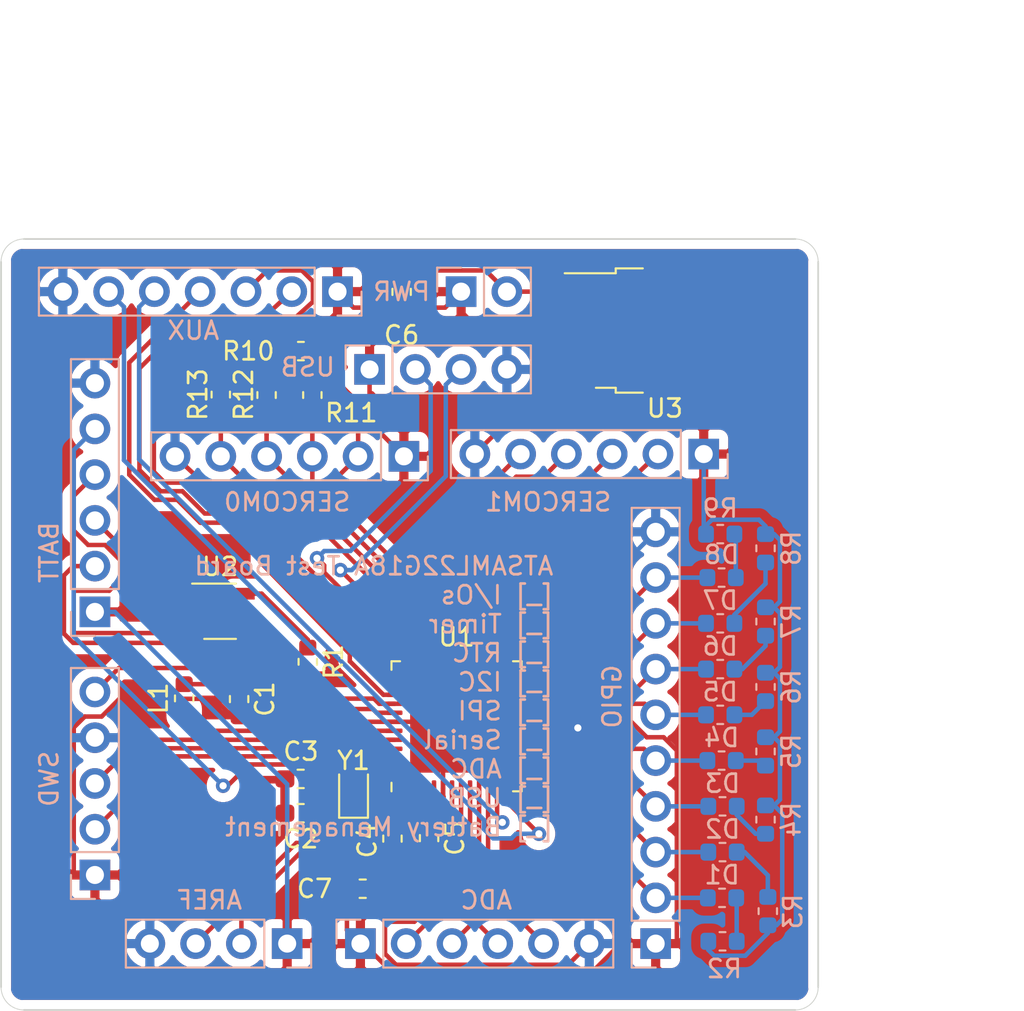
<source format=kicad_pcb>
(kicad_pcb (version 20171130) (host pcbnew 5.1.5)
  (layers (0 F.Cu signal hide) (31 B.Cu signal hide) (34 B.Paste user hide) (35 F.Paste user hide) (36 B.SilkS user hide) (37 F.SilkS user hide) (38 B.Mask user) (39 F.Mask user) (44 Edge.Cuts user))
  (net 0 "")
  (net 1 VDDCORE)
  (net 2 GND)
  (net 3 XOUT32)
  (net 4 XIN32)
  (net 5 VREFB)
  (net 6 VREFA)
  (net 7 "Net-(C6-Pad1)")
  (net 8 VCC)
  (net 9 GPIO0)
  (net 10 "Net-(D1-Pad1)")
  (net 11 GPIO1)
  (net 12 "Net-(D2-Pad1)")
  (net 13 GPIO2)
  (net 14 "Net-(D3-Pad1)")
  (net 15 GPIO3)
  (net 16 "Net-(D4-Pad1)")
  (net 17 GPIO4)
  (net 18 "Net-(D5-Pad1)")
  (net 19 GPIO5)
  (net 20 "Net-(D6-Pad1)")
  (net 21 "Net-(D7-Pad1)")
  (net 22 GPIO6)
  (net 23 GPIO7)
  (net 24 "Net-(D8-Pad1)")
  (net 25 SWDIO)
  (net 26 SWCLK)
  (net 27 RESET)
  (net 28 SERCOM0_3_a1__XOUT)
  (net 29 SERCOM0_2_a1__XIN__USB_SOF)
  (net 30 GCLK_IO)
  (net 31 EXTINT6)
  (net 32 EXTINT7)
  (net 33 AIN2_NMI)
  (net 34 AIN3)
  (net 35 AIN4)
  (net 36 AIN5)
  (net 37 VBAT)
  (net 38 BAT+)
  (net 39 CHG_STAT)
  (net 40 CHG_IN)
  (net 41 SERCOM0_0)
  (net 42 SERCOM0_1)
  (net 43 SERCOM0_2)
  (net 44 SERCOM0_3)
  (net 45 SERCOM1_3)
  (net 46 SERCOM1_2)
  (net 47 SERCOM1_1)
  (net 48 SERCOM1_0)
  (net 49 USB_D-)
  (net 50 USB_D+)
  (net 51 VDDOUT)
  (net 52 "Net-(R1-Pad1)")
  (net 53 "Net-(U1-Pad19)")
  (net 54 "Net-(U1-Pad20)")
  (net 55 "Net-(U1-Pad47)")
  (module Capacitor_SMD:C_0603_1608Metric_Pad1.05x0.95mm_HandSolder (layer F.Cu) (at 155.448 83.961 270)
    (fp_text reference C1 (at 0 -1.43 90) (layer F.SilkS))
    (fp_text value 100nF)
    (pad 1 smd roundrect (at -0.875 0 270) (size 1.05 0.95) (layers F.Cu F.Paste F.Mask) (net 1 VDDCORE))
    (pad 2 smd roundrect (at 0.875 0 270) (size 1.05 0.95) (layers F.Cu F.Paste F.Mask) (net 2 GND))
  )
  (module Capacitor_SMD:C_0603_1608Metric_Pad1.05x0.95mm_HandSolder (layer F.Cu) (at 158.863 90.297 180)
    (fp_text reference C2 (at 0 -1.43) (layer F.SilkS))
    (fp_text value C)
    (pad 2 smd roundrect (at 0.875 0 180) (size 1.05 0.95) (layers F.Cu F.Paste F.Mask) (net 2 GND))
    (pad 1 smd roundrect (at -0.875 0 180) (size 1.05 0.95) (layers F.Cu F.Paste F.Mask) (net 3 XOUT32))
  )
  (module Capacitor_SMD:C_0603_1608Metric_Pad1.05x0.95mm_HandSolder (layer F.Cu) (at 158.863 88.392 180)
    (fp_text reference C3 (at -0.014 1.524) (layer F.SilkS))
    (fp_text value C)
    (pad 1 smd roundrect (at -0.875 0 180) (size 1.05 0.95) (layers F.Cu F.Paste F.Mask) (net 4 XIN32))
    (pad 2 smd roundrect (at 0.875 0 180) (size 1.05 0.95) (layers F.Cu F.Paste F.Mask) (net 2 GND))
  )
  (module Capacitor_SMD:C_0603_1608Metric_Pad1.05x0.95mm_HandSolder (layer F.Cu) (at 163.957 91.708 270)
    (fp_text reference C4 (at 0.113 1.397 90) (layer F.SilkS))
    (fp_text value C)
    (pad 2 smd roundrect (at 0.875 0 270) (size 1.05 0.95) (layers F.Cu F.Paste F.Mask) (net 2 GND))
    (pad 1 smd roundrect (at -0.875 0 270) (size 1.05 0.95) (layers F.Cu F.Paste F.Mask) (net 5 VREFB))
  )
  (module Capacitor_SMD:C_0603_1608Metric_Pad1.05x0.95mm_HandSolder (layer F.Cu) (at 165.989 91.68 270)
    (fp_text reference C5 (at 0 -1.43 90) (layer F.SilkS))
    (fp_text value C)
    (pad 1 smd roundrect (at -0.875 0 270) (size 1.05 0.95) (layers F.Cu F.Paste F.Mask) (net 6 VREFA))
    (pad 2 smd roundrect (at 0.875 0 270) (size 1.05 0.95) (layers F.Cu F.Paste F.Mask) (net 2 GND))
  )
  (module Capacitor_SMD:C_0603_1608Metric_Pad1.05x0.95mm_HandSolder (layer F.Cu) (at 164.465 61.355 270)
    (fp_text reference C6 (at 2.399 0) (layer F.SilkS))
    (fp_text value C)
    (pad 2 smd roundrect (at 0.875 0 270) (size 1.05 0.95) (layers F.Cu F.Paste F.Mask) (net 2 GND))
    (pad 1 smd roundrect (at -0.875 0 270) (size 1.05 0.95) (layers F.Cu F.Paste F.Mask) (net 7 "Net-(C6-Pad1)"))
  )
  (module Capacitor_SMD:C_0603_1608Metric_Pad1.05x0.95mm_HandSolder (layer F.Cu) (at 162.306 94.488 180)
    (fp_text reference C7 (at 2.667 0) (layer F.SilkS))
    (fp_text value C)
    (pad 1 smd roundrect (at -0.875 0 180) (size 1.05 0.95) (layers F.Cu F.Paste F.Mask) (net 8 VCC))
    (pad 2 smd roundrect (at 0.875 0 180) (size 1.05 0.95) (layers F.Cu F.Paste F.Mask) (net 2 GND))
  )
  (module Resistor_SMD:R_0603_1608Metric (layer B.Cu) (at 182.245 94.996 180)
    (fp_text reference D1 (at 0 1.27) (layer B.SilkS) (effects (justify mirror)))
    (fp_text value LED)
    (pad 2 smd roundrect (at 0.7875 0 180) (size 0.875 0.95) (layers B.Cu B.Paste B.Mask) (net 9 GPIO0))
    (pad 1 smd roundrect (at -0.7875 0 180) (size 0.875 0.95) (layers B.Cu B.Paste B.Mask) (net 10 "Net-(D1-Pad1)"))
  )
  (module Resistor_SMD:R_0603_1608Metric (layer B.Cu) (at 182.2705 92.456 180)
    (fp_text reference D2 (at 0 1.27) (layer B.SilkS) (effects (justify mirror)))
    (fp_text value LED)
    (pad 2 smd roundrect (at 0.7875 0 180) (size 0.875 0.95) (layers B.Cu B.Paste B.Mask) (net 11 GPIO1))
    (pad 1 smd roundrect (at -0.7875 0 180) (size 0.875 0.95) (layers B.Cu B.Paste B.Mask) (net 12 "Net-(D2-Pad1)"))
  )
  (module Resistor_SMD:R_0603_1608Metric (layer B.Cu) (at 182.2705 89.916 180)
    (fp_text reference D3 (at 0 1.27) (layer B.SilkS) (effects (justify mirror)))
    (fp_text value LED)
    (pad 2 smd roundrect (at 0.7875 0 180) (size 0.875 0.95) (layers B.Cu B.Paste B.Mask) (net 13 GPIO2))
    (pad 1 smd roundrect (at -0.7875 0 180) (size 0.875 0.95) (layers B.Cu B.Paste B.Mask) (net 14 "Net-(D3-Pad1)"))
  )
  (module Resistor_SMD:R_0603_1608Metric (layer B.Cu) (at 182.2195 87.376 180)
    (fp_text reference D4 (at 0 1.27) (layer B.SilkS) (effects (justify mirror)))
    (fp_text value LED)
    (pad 2 smd roundrect (at 0.7875 0 180) (size 0.875 0.95) (layers B.Cu B.Paste B.Mask) (net 15 GPIO3))
    (pad 1 smd roundrect (at -0.7875 0 180) (size 0.875 0.95) (layers B.Cu B.Paste B.Mask) (net 16 "Net-(D4-Pad1)"))
  )
  (module Resistor_SMD:R_0603_1608Metric (layer B.Cu) (at 182.1435 84.836 180)
    (fp_text reference D5 (at 0 1.27) (layer B.SilkS) (effects (justify mirror)))
    (fp_text value LED)
    (pad 2 smd roundrect (at 0.7875 0 180) (size 0.875 0.95) (layers B.Cu B.Paste B.Mask) (net 17 GPIO4))
    (pad 1 smd roundrect (at -0.7875 0 180) (size 0.875 0.95) (layers B.Cu B.Paste B.Mask) (net 18 "Net-(D5-Pad1)"))
  )
  (module Resistor_SMD:R_0603_1608Metric (layer B.Cu) (at 182.1435 82.296 180)
    (fp_text reference D6 (at 0 1.27) (layer B.SilkS) (effects (justify mirror)))
    (fp_text value LED)
    (pad 2 smd roundrect (at 0.7875 0 180) (size 0.875 0.95) (layers B.Cu B.Paste B.Mask) (net 19 GPIO5))
    (pad 1 smd roundrect (at -0.7875 0 180) (size 0.875 0.95) (layers B.Cu B.Paste B.Mask) (net 20 "Net-(D6-Pad1)"))
  )
  (module Resistor_SMD:R_0603_1608Metric (layer B.Cu) (at 182.1435 79.756 180)
    (fp_text reference D7 (at 0 1.27) (layer B.SilkS) (effects (justify mirror)))
    (fp_text value LED)
    (pad 1 smd roundrect (at -0.7875 0 180) (size 0.875 0.95) (layers B.Cu B.Paste B.Mask) (net 21 "Net-(D7-Pad1)"))
    (pad 2 smd roundrect (at 0.7875 0 180) (size 0.875 0.95) (layers B.Cu B.Paste B.Mask) (net 22 GPIO6))
  )
  (module Resistor_SMD:R_0603_1608Metric (layer B.Cu) (at 182.2195 77.216 180)
    (fp_text reference D8 (at 0 1.27) (layer B.SilkS) (effects (justify mirror)))
    (fp_text value LED)
    (pad 2 smd roundrect (at 0.7875 0 180) (size 0.875 0.95) (layers B.Cu B.Paste B.Mask) (net 23 GPIO7))
    (pad 1 smd roundrect (at -0.7875 0 180) (size 0.875 0.95) (layers B.Cu B.Paste B.Mask) (net 24 "Net-(D8-Pad1)"))
  )
  (module Connector_PinHeader_2.54mm:PinHeader_1x05_P2.54mm_Vertical (layer B.Cu) (at 147.447 93.726)
    (fp_text reference SWD (at -2.54 -5.334 90) (layer B.SilkS) (effects (justify mirror)))
    (fp_text value Conn_01x05_Female)
    (pad 1 thru_hole rect (at 0 0) (size 1.7 1.7) (drill 1) (layers *.Cu *.Mask) (net 2 GND))
    (pad 2 thru_hole oval (at 0 -2.54) (size 1.7 1.7) (drill 1) (layers *.Cu *.Mask) (net 25 SWDIO))
    (pad 3 thru_hole oval (at 0 -5.08) (size 1.7 1.7) (drill 1) (layers *.Cu *.Mask) (net 26 SWCLK))
    (pad 4 thru_hole oval (at 0 -7.62) (size 1.7 1.7) (drill 1) (layers *.Cu *.Mask) (net 8 VCC))
    (pad 5 thru_hole oval (at 0 -10.16) (size 1.7 1.7) (drill 1) (layers *.Cu *.Mask) (net 27 RESET))
  )
  (module Connector_PinHeader_2.54mm:PinHeader_1x04_P2.54mm_Vertical (layer B.Cu) (at 158.115 97.536 90)
    (fp_text reference AREF (at 2.413 -4.318) (layer B.SilkS) (effects (justify mirror)))
    (fp_text value Conn_01x04_Female)
    (pad 4 thru_hole oval (at 0 -7.62 90) (size 1.7 1.7) (drill 1) (layers *.Cu *.Mask) (net 8 VCC))
    (pad 3 thru_hole oval (at 0 -5.08 90) (size 1.7 1.7) (drill 1) (layers *.Cu *.Mask) (net 5 VREFB))
    (pad 2 thru_hole oval (at 0 -2.54 90) (size 1.7 1.7) (drill 1) (layers *.Cu *.Mask) (net 6 VREFA))
    (pad 1 thru_hole rect (at 0 0 90) (size 1.7 1.7) (drill 1) (layers *.Cu *.Mask) (net 2 GND))
  )
  (module Connector_PinHeader_2.54mm:PinHeader_1x07_P2.54mm_Vertical (layer B.Cu) (at 160.909 61.341 90)
    (fp_text reference AUX (at -2.159 -8.001) (layer B.SilkS) (effects (justify mirror)))
    (fp_text value Conn_01x07_Female)
    (pad 1 thru_hole rect (at 0 0 90) (size 1.7 1.7) (drill 1) (layers *.Cu *.Mask) (net 2 GND))
    (pad 2 thru_hole oval (at 0 -2.54 90) (size 1.7 1.7) (drill 1) (layers *.Cu *.Mask) (net 28 SERCOM0_3_a1__XOUT))
    (pad 3 thru_hole oval (at 0 -5.08 90) (size 1.7 1.7) (drill 1) (layers *.Cu *.Mask) (net 29 SERCOM0_2_a1__XIN__USB_SOF))
    (pad 4 thru_hole oval (at 0 -7.62 90) (size 1.7 1.7) (drill 1) (layers *.Cu *.Mask) (net 30 GCLK_IO))
    (pad 5 thru_hole oval (at 0 -10.16 90) (size 1.7 1.7) (drill 1) (layers *.Cu *.Mask) (net 31 EXTINT6))
    (pad 6 thru_hole oval (at 0 -12.7 90) (size 1.7 1.7) (drill 1) (layers *.Cu *.Mask) (net 32 EXTINT7))
    (pad 7 thru_hole oval (at 0 -15.24 90) (size 1.7 1.7) (drill 1) (layers *.Cu *.Mask) (net 8 VCC))
  )
  (module Connector_PinHeader_2.54mm:PinHeader_1x06_P2.54mm_Vertical (layer B.Cu) (at 162.179 97.536 270)
    (fp_text reference ADC (at -2.413 -6.985) (layer B.SilkS) (effects (justify mirror)))
    (fp_text value Conn_01x06_Female)
    (pad 1 thru_hole rect (at 0 0 270) (size 1.7 1.7) (drill 1) (layers *.Cu *.Mask) (net 2 GND))
    (pad 2 thru_hole oval (at 0 -2.54 270) (size 1.7 1.7) (drill 1) (layers *.Cu *.Mask) (net 33 AIN2_NMI))
    (pad 3 thru_hole oval (at 0 -5.08 270) (size 1.7 1.7) (drill 1) (layers *.Cu *.Mask) (net 34 AIN3))
    (pad 4 thru_hole oval (at 0 -7.62 270) (size 1.7 1.7) (drill 1) (layers *.Cu *.Mask) (net 35 AIN4))
    (pad 5 thru_hole oval (at 0 -10.16 270) (size 1.7 1.7) (drill 1) (layers *.Cu *.Mask) (net 36 AIN5))
    (pad 6 thru_hole oval (at 0 -12.7 270) (size 1.7 1.7) (drill 1) (layers *.Cu *.Mask) (net 8 VCC))
  )
  (module Connector_PinHeader_2.54mm:PinHeader_1x10_P2.54mm_Vertical (layer B.Cu) (at 178.562 97.536)
    (fp_text reference GPIO (at -2.413 -13.716 90) (layer B.SilkS) (effects (justify mirror)))
    (fp_text value Conn_01x10_Female)
    (pad 1 thru_hole rect (at 0 0) (size 1.7 1.7) (drill 1) (layers *.Cu *.Mask) (net 2 GND))
    (pad 2 thru_hole oval (at 0 -2.54) (size 1.7 1.7) (drill 1) (layers *.Cu *.Mask) (net 9 GPIO0))
    (pad 3 thru_hole oval (at 0 -5.08) (size 1.7 1.7) (drill 1) (layers *.Cu *.Mask) (net 11 GPIO1))
    (pad 4 thru_hole oval (at 0 -7.62) (size 1.7 1.7) (drill 1) (layers *.Cu *.Mask) (net 13 GPIO2))
    (pad 5 thru_hole oval (at 0 -10.16) (size 1.7 1.7) (drill 1) (layers *.Cu *.Mask) (net 15 GPIO3))
    (pad 6 thru_hole oval (at 0 -12.7) (size 1.7 1.7) (drill 1) (layers *.Cu *.Mask) (net 17 GPIO4))
    (pad 7 thru_hole oval (at 0 -15.24) (size 1.7 1.7) (drill 1) (layers *.Cu *.Mask) (net 19 GPIO5))
    (pad 8 thru_hole oval (at 0 -17.78) (size 1.7 1.7) (drill 1) (layers *.Cu *.Mask) (net 22 GPIO6))
    (pad 9 thru_hole oval (at 0 -20.32) (size 1.7 1.7) (drill 1) (layers *.Cu *.Mask) (net 23 GPIO7))
    (pad 10 thru_hole oval (at 0 -22.86) (size 1.7 1.7) (drill 1) (layers *.Cu *.Mask) (net 8 VCC))
  )
  (module Connector_PinHeader_2.54mm:PinHeader_1x06_P2.54mm_Vertical (layer B.Cu) (at 147.447 79.121)
    (fp_text reference BATT (at -2.54 -3.302 90) (layer B.SilkS) (effects (justify mirror)))
    (fp_text value Conn_01x06_Female)
    (pad 6 thru_hole oval (at 0 -12.7) (size 1.7 1.7) (drill 1) (layers *.Cu *.Mask) (net 8 VCC))
    (pad 5 thru_hole oval (at 0 -10.16) (size 1.7 1.7) (drill 1) (layers *.Cu *.Mask) (net 37 VBAT))
    (pad 4 thru_hole oval (at 0 -7.62) (size 1.7 1.7) (drill 1) (layers *.Cu *.Mask) (net 38 BAT+))
    (pad 3 thru_hole oval (at 0 -5.08) (size 1.7 1.7) (drill 1) (layers *.Cu *.Mask) (net 39 CHG_STAT))
    (pad 2 thru_hole oval (at 0 -2.54) (size 1.7 1.7) (drill 1) (layers *.Cu *.Mask) (net 40 CHG_IN))
    (pad 1 thru_hole rect (at 0 0) (size 1.7 1.7) (drill 1) (layers *.Cu *.Mask) (net 2 GND))
  )
  (module Connector_PinHeader_2.54mm:PinHeader_1x06_P2.54mm_Vertical (layer B.Cu) (at 164.592 70.485 90)
    (fp_text reference SERCOM0 (at -2.54 -6.477) (layer B.SilkS) (effects (justify mirror)))
    (fp_text value Conn_01x06_Female)
    (pad 1 thru_hole rect (at 0 0 90) (size 1.7 1.7) (drill 1) (layers *.Cu *.Mask) (net 2 GND))
    (pad 2 thru_hole oval (at 0 -2.54 90) (size 1.7 1.7) (drill 1) (layers *.Cu *.Mask) (net 41 SERCOM0_0))
    (pad 3 thru_hole oval (at 0 -5.08 90) (size 1.7 1.7) (drill 1) (layers *.Cu *.Mask) (net 42 SERCOM0_1))
    (pad 4 thru_hole oval (at 0 -7.62 90) (size 1.7 1.7) (drill 1) (layers *.Cu *.Mask) (net 43 SERCOM0_2))
    (pad 5 thru_hole oval (at 0 -10.16 90) (size 1.7 1.7) (drill 1) (layers *.Cu *.Mask) (net 44 SERCOM0_3))
    (pad 6 thru_hole oval (at 0 -12.7 90) (size 1.7 1.7) (drill 1) (layers *.Cu *.Mask) (net 8 VCC))
  )
  (module Connector_PinHeader_2.54mm:PinHeader_1x06_P2.54mm_Vertical (layer B.Cu) (at 181.229 70.358 90)
    (fp_text reference SERCOM1 (at -2.667 -8.636) (layer B.SilkS) (effects (justify mirror)))
    (fp_text value Conn_01x06_Female)
    (pad 6 thru_hole oval (at 0 -12.7 90) (size 1.7 1.7) (drill 1) (layers *.Cu *.Mask) (net 8 VCC))
    (pad 5 thru_hole oval (at 0 -10.16 90) (size 1.7 1.7) (drill 1) (layers *.Cu *.Mask) (net 45 SERCOM1_3))
    (pad 4 thru_hole oval (at 0 -7.62 90) (size 1.7 1.7) (drill 1) (layers *.Cu *.Mask) (net 46 SERCOM1_2))
    (pad 3 thru_hole oval (at 0 -5.08 90) (size 1.7 1.7) (drill 1) (layers *.Cu *.Mask) (net 47 SERCOM1_1))
    (pad 2 thru_hole oval (at 0 -2.54 90) (size 1.7 1.7) (drill 1) (layers *.Cu *.Mask) (net 48 SERCOM1_0))
    (pad 1 thru_hole rect (at 0 0 90) (size 1.7 1.7) (drill 1) (layers *.Cu *.Mask) (net 2 GND))
  )
  (module Connector_PinHeader_2.54mm:PinHeader_1x04_P2.54mm_Vertical (layer B.Cu) (at 162.687 65.659 270)
    (fp_text reference USB (at -0.127 3.429) (layer B.SilkS) (effects (justify mirror)))
    (fp_text value Conn_01x04_Female)
    (pad 1 thru_hole rect (at 0 0 270) (size 1.7 1.7) (drill 1) (layers *.Cu *.Mask) (net 2 GND))
    (pad 2 thru_hole oval (at 0 -2.54 270) (size 1.7 1.7) (drill 1) (layers *.Cu *.Mask) (net 49 USB_D-))
    (pad 3 thru_hole oval (at 0 -5.08 270) (size 1.7 1.7) (drill 1) (layers *.Cu *.Mask) (net 50 USB_D+))
    (pad 4 thru_hole oval (at 0 -7.62 270) (size 1.7 1.7) (drill 1) (layers *.Cu *.Mask) (net 8 VCC))
  )
  (module Connector_PinHeader_2.54mm:PinHeader_1x02_P2.54mm_Vertical (layer B.Cu) (at 167.767 61.341 270)
    (fp_text reference PWR (at 0 3.302) (layer B.SilkS) (effects (justify mirror)))
    (fp_text value Conn_01x02_Female)
    (pad 2 thru_hole oval (at 0 -2.54 270) (size 1.7 1.7) (drill 1) (layers *.Cu *.Mask) (net 7 "Net-(C6-Pad1)"))
    (pad 1 thru_hole rect (at 0 0 270) (size 1.7 1.7) (drill 1) (layers *.Cu *.Mask) (net 2 GND))
  )
  (module Inductor_SMD:L_0603_1608Metric (layer F.Cu) (at 152.4 83.9215 90)
    (fp_text reference L1 (at 0 -1.43 90) (layer F.SilkS))
    (fp_text value 10µH)
    (pad 1 smd roundrect (at -0.7875 0 90) (size 0.875 0.95) (layers F.Cu F.Paste F.Mask) (net 51 VDDOUT))
    (pad 2 smd roundrect (at 0.7875 0 90) (size 0.875 0.95) (layers F.Cu F.Paste F.Mask) (net 1 VDDCORE))
  )
  (module Resistor_SMD:R_0603_1608Metric (layer F.Cu) (at 159.258 81.8895 270)
    (fp_text reference R1 (at 0 -1.43 90) (layer F.SilkS))
    (fp_text value 10k)
    (pad 1 smd roundrect (at -0.7875 0 270) (size 0.875 0.95) (layers F.Cu F.Paste F.Mask) (net 52 "Net-(R1-Pad1)"))
    (pad 2 smd roundrect (at 0.7875 0 270) (size 0.875 0.95) (layers F.Cu F.Paste F.Mask) (net 2 GND))
  )
  (module Resistor_SMD:R_0603_1608Metric (layer B.Cu) (at 182.2705 97.409 180)
    (fp_text reference R2 (at -0.1015 -1.524) (layer B.SilkS) (effects (justify mirror)))
    (fp_text value R)
    (pad 1 smd roundrect (at -0.7875 0 180) (size 0.875 0.95) (layers B.Cu B.Paste B.Mask) (net 10 "Net-(D1-Pad1)"))
    (pad 2 smd roundrect (at 0.7875 0 180) (size 0.875 0.95) (layers B.Cu B.Paste B.Mask) (net 2 GND))
  )
  (module Resistor_SMD:R_0603_1608Metric (layer B.Cu) (at 184.785 95.7325 270)
    (fp_text reference R3 (at 0.0255 -1.397 270) (layer B.SilkS) (effects (justify mirror)))
    (fp_text value R)
    (pad 1 smd roundrect (at -0.7875 0 270) (size 0.875 0.95) (layers B.Cu B.Paste B.Mask) (net 12 "Net-(D2-Pad1)"))
    (pad 2 smd roundrect (at 0.7875 0 270) (size 0.875 0.95) (layers B.Cu B.Paste B.Mask) (net 2 GND))
  )
  (module Resistor_SMD:R_0603_1608Metric (layer B.Cu) (at 184.658 90.6525 90)
    (fp_text reference R4 (at 0 1.43 270) (layer B.SilkS) (effects (justify mirror)))
    (fp_text value R)
    (pad 1 smd roundrect (at -0.7875 0 90) (size 0.875 0.95) (layers B.Cu B.Paste B.Mask) (net 14 "Net-(D3-Pad1)"))
    (pad 2 smd roundrect (at 0.7875 0 90) (size 0.875 0.95) (layers B.Cu B.Paste B.Mask) (net 2 GND))
  )
  (module Resistor_SMD:R_0603_1608Metric (layer B.Cu) (at 184.658 86.868 90)
    (fp_text reference R5 (at 0 1.43 270) (layer B.SilkS) (effects (justify mirror)))
    (fp_text value R)
    (pad 1 smd roundrect (at -0.7875 0 90) (size 0.875 0.95) (layers B.Cu B.Paste B.Mask) (net 16 "Net-(D4-Pad1)"))
    (pad 2 smd roundrect (at 0.7875 0 90) (size 0.875 0.95) (layers B.Cu B.Paste B.Mask) (net 2 GND))
  )
  (module Resistor_SMD:R_0603_1608Metric (layer B.Cu) (at 184.658 83.2865 90)
    (fp_text reference R6 (at 0 1.43 270) (layer B.SilkS) (effects (justify mirror)))
    (fp_text value R)
    (pad 1 smd roundrect (at -0.7875 0 90) (size 0.875 0.95) (layers B.Cu B.Paste B.Mask) (net 18 "Net-(D5-Pad1)"))
    (pad 2 smd roundrect (at 0.7875 0 90) (size 0.875 0.95) (layers B.Cu B.Paste B.Mask) (net 2 GND))
  )
  (module Resistor_SMD:R_0603_1608Metric (layer B.Cu) (at 184.658 79.6545 90)
    (fp_text reference R7 (at 0 1.43 270) (layer B.SilkS) (effects (justify mirror)))
    (fp_text value R)
    (pad 1 smd roundrect (at -0.7875 0 90) (size 0.875 0.95) (layers B.Cu B.Paste B.Mask) (net 20 "Net-(D6-Pad1)"))
    (pad 2 smd roundrect (at 0.7875 0 90) (size 0.875 0.95) (layers B.Cu B.Paste B.Mask) (net 2 GND))
  )
  (module Resistor_SMD:R_0603_1608Metric (layer B.Cu) (at 184.658 75.5905 90)
    (fp_text reference R8 (at 0 1.43 270) (layer B.SilkS) (effects (justify mirror)))
    (fp_text value R)
    (pad 1 smd roundrect (at -0.7875 0 90) (size 0.875 0.95) (layers B.Cu B.Paste B.Mask) (net 21 "Net-(D7-Pad1)"))
    (pad 2 smd roundrect (at 0.7875 0 90) (size 0.875 0.95) (layers B.Cu B.Paste B.Mask) (net 2 GND))
  )
  (module Resistor_SMD:R_0603_1608Metric (layer B.Cu) (at 182.1435 74.803 180)
    (fp_text reference R9 (at 0 1.43) (layer B.SilkS) (effects (justify mirror)))
    (fp_text value R)
    (pad 2 smd roundrect (at 0.7875 0 180) (size 0.875 0.95) (layers B.Cu B.Paste B.Mask) (net 2 GND))
    (pad 1 smd roundrect (at -0.7875 0 180) (size 0.875 0.95) (layers B.Cu B.Paste B.Mask) (net 24 "Net-(D8-Pad1)"))
  )
  (module Resistor_SMD:R_0603_1608Metric (layer F.Cu) (at 158.877 64.643 180)
    (fp_text reference R10 (at 2.921 0) (layer F.SilkS))
    (fp_text value R)
    (pad 2 smd roundrect (at 0.7875 0 180) (size 0.875 0.95) (layers F.Cu F.Paste F.Mask) (net 8 VCC))
    (pad 1 smd roundrect (at -0.7875 0 180) (size 0.875 0.95) (layers F.Cu F.Paste F.Mask) (net 41 SERCOM0_0))
  )
  (module Resistor_SMD:R_0603_1608Metric (layer F.Cu) (at 159.512 67.0815 90)
    (fp_text reference R11 (at -0.9905 2.159 180) (layer F.SilkS))
    (fp_text value R)
    (pad 1 smd roundrect (at -0.7875 0 90) (size 0.875 0.95) (layers F.Cu F.Paste F.Mask) (net 42 SERCOM0_1))
    (pad 2 smd roundrect (at 0.7875 0 90) (size 0.875 0.95) (layers F.Cu F.Paste F.Mask) (net 8 VCC))
  )
  (module Resistor_SMD:R_0603_1608Metric (layer F.Cu) (at 156.972 67.0815 90)
    (fp_text reference R12 (at 0.0255 -1.27 270) (layer F.SilkS))
    (fp_text value R)
    (pad 2 smd roundrect (at 0.7875 0 90) (size 0.875 0.95) (layers F.Cu F.Paste F.Mask) (net 8 VCC))
    (pad 1 smd roundrect (at -0.7875 0 90) (size 0.875 0.95) (layers F.Cu F.Paste F.Mask) (net 43 SERCOM0_2))
  )
  (module Resistor_SMD:R_0603_1608Metric (layer F.Cu) (at 154.432 67.056 90)
    (fp_text reference R13 (at 0 -1.27 270) (layer F.SilkS))
    (fp_text value R)
    (pad 1 smd roundrect (at -0.7875 0 90) (size 0.875 0.95) (layers F.Cu F.Paste F.Mask) (net 44 SERCOM0_3))
    (pad 2 smd roundrect (at 0.7875 0 90) (size 0.875 0.95) (layers F.Cu F.Paste F.Mask) (net 8 VCC))
  )
  (module Package_DFN_QFN:QFN-48-1EP_7x7mm_P0.5mm_EP5.15x5.15mm (layer F.Cu) (at 167.513 85.471 90)
    (fp_text reference U1 (at 4.953 0 180) (layer F.SilkS))
    (fp_text value ATSAML21G18B-MUT)
    (pad 49 smd roundrect (at 0 0 90) (size 5.15 5.15) (layers F.Cu F.Mask) (roundrect_rratio 0.049) (net 2 GND))
    (pad 1 smd roundrect (at -3.4375 -2.75 90) (size 0.875 0.25) (layers F.Cu F.Paste F.Mask) (net 4 XIN32))
    (pad 2 smd roundrect (at -3.4375 -2.25 90) (size 0.875 0.25) (layers F.Cu F.Paste F.Mask) (net 3 XOUT32))
    (pad 3 smd roundrect (at -3.4375 -1.75 90) (size 0.875 0.25) (layers F.Cu F.Paste F.Mask) (net 5 VREFB))
    (pad 4 smd roundrect (at -3.4375 -1.25 90) (size 0.875 0.25) (layers F.Cu F.Paste F.Mask) (net 6 VREFA))
    (pad 5 smd roundrect (at -3.4375 -0.75 90) (size 0.875 0.25) (layers F.Cu F.Paste F.Mask) (net 2 GND))
    (pad 6 smd roundrect (at -3.4375 -0.25 90) (size 0.875 0.25) (layers F.Cu F.Paste F.Mask) (net 8 VCC))
    (pad 7 smd roundrect (at -3.4375 0.25 90) (size 0.875 0.25) (layers F.Cu F.Paste F.Mask) (net 33 AIN2_NMI))
    (pad 8 smd roundrect (at -3.4375 0.75 90) (size 0.875 0.25) (layers F.Cu F.Paste F.Mask) (net 34 AIN3))
    (pad 9 smd roundrect (at -3.4375 1.25 90) (size 0.875 0.25) (layers F.Cu F.Paste F.Mask) (net 35 AIN4))
    (pad 10 smd roundrect (at -3.4375 1.75 90) (size 0.875 0.25) (layers F.Cu F.Paste F.Mask) (net 36 AIN5))
    (pad 11 smd roundrect (at -3.4375 2.25 90) (size 0.875 0.25) (layers F.Cu F.Paste F.Mask) (net 31 EXTINT6))
    (pad 12 smd roundrect (at -3.4375 2.75 90) (size 0.875 0.25) (layers F.Cu F.Paste F.Mask) (net 32 EXTINT7))
    (pad 13 smd roundrect (at -2.75 3.4375 90) (size 0.25 0.875) (layers F.Cu F.Paste F.Mask) (net 9 GPIO0))
    (pad 14 smd roundrect (at -2.25 3.4375 90) (size 0.25 0.875) (layers F.Cu F.Paste F.Mask) (net 11 GPIO1))
    (pad 15 smd roundrect (at -1.75 3.4375 90) (size 0.25 0.875) (layers F.Cu F.Paste F.Mask) (net 13 GPIO2))
    (pad 16 smd roundrect (at -1.25 3.4375 90) (size 0.25 0.875) (layers F.Cu F.Paste F.Mask) (net 15 GPIO3))
    (pad 17 smd roundrect (at -0.75 3.4375 90) (size 0.25 0.875) (layers F.Cu F.Paste F.Mask) (net 8 VCC))
    (pad 18 smd roundrect (at -0.25 3.4375 90) (size 0.25 0.875) (layers F.Cu F.Paste F.Mask) (net 2 GND))
    (pad 19 smd roundrect (at 0.25 3.4375 90) (size 0.25 0.875) (layers F.Cu F.Paste F.Mask) (net 53 "Net-(U1-Pad19)"))
    (pad 20 smd roundrect (at 0.75 3.4375 90) (size 0.25 0.875) (layers F.Cu F.Paste F.Mask) (net 54 "Net-(U1-Pad20)"))
    (pad 21 smd roundrect (at 1.25 3.4375 90) (size 0.25 0.875) (layers F.Cu F.Paste F.Mask) (net 17 GPIO4))
    (pad 22 smd roundrect (at 1.75 3.4375 90) (size 0.25 0.875) (layers F.Cu F.Paste F.Mask) (net 19 GPIO5))
    (pad 23 smd roundrect (at 2.25 3.4375 90) (size 0.25 0.875) (layers F.Cu F.Paste F.Mask) (net 22 GPIO6))
    (pad 24 smd roundrect (at 2.75 3.4375 90) (size 0.25 0.875) (layers F.Cu F.Paste F.Mask) (net 23 GPIO7))
    (pad 25 smd roundrect (at 3.4375 2.75 90) (size 0.875 0.25) (layers F.Cu F.Paste F.Mask) (net 48 SERCOM1_0))
    (pad 26 smd roundrect (at 3.4375 2.25 90) (size 0.875 0.25) (layers F.Cu F.Paste F.Mask) (net 47 SERCOM1_1))
    (pad 27 smd roundrect (at 3.4375 1.75 90) (size 0.875 0.25) (layers F.Cu F.Paste F.Mask) (net 46 SERCOM1_2))
    (pad 28 smd roundrect (at 3.4375 1.25 90) (size 0.875 0.25) (layers F.Cu F.Paste F.Mask) (net 45 SERCOM1_3))
    (pad 29 smd roundrect (at 3.4375 0.75 90) (size 0.875 0.25) (layers F.Cu F.Paste F.Mask) (net 41 SERCOM0_0))
    (pad 30 smd roundrect (at 3.4375 0.25 90) (size 0.875 0.25) (layers F.Cu F.Paste F.Mask) (net 42 SERCOM0_1))
    (pad 31 smd roundrect (at 3.4375 -0.25 90) (size 0.875 0.25) (layers F.Cu F.Paste F.Mask) (net 43 SERCOM0_2))
    (pad 32 smd roundrect (at 3.4375 -0.75 90) (size 0.875 0.25) (layers F.Cu F.Paste F.Mask) (net 44 SERCOM0_3))
    (pad 33 smd roundrect (at 3.4375 -1.25 90) (size 0.875 0.25) (layers F.Cu F.Paste F.Mask) (net 50 USB_D+))
    (pad 34 smd roundrect (at 3.4375 -1.75 90) (size 0.875 0.25) (layers F.Cu F.Paste F.Mask) (net 49 USB_D-))
    (pad 35 smd roundrect (at 3.4375 -2.25 90) (size 0.875 0.25) (layers F.Cu F.Paste F.Mask) (net 2 GND))
    (pad 36 smd roundrect (at 3.4375 -2.75 90) (size 0.875 0.25) (layers F.Cu F.Paste F.Mask) (net 8 VCC))
    (pad 37 smd roundrect (at 2.75 -3.4375 90) (size 0.25 0.875) (layers F.Cu F.Paste F.Mask) (net 29 SERCOM0_2_a1__XIN__USB_SOF))
    (pad 38 smd roundrect (at 2.25 -3.4375 90) (size 0.25 0.875) (layers F.Cu F.Paste F.Mask) (net 28 SERCOM0_3_a1__XOUT))
    (pad 39 smd roundrect (at 1.75 -3.4375 90) (size 0.25 0.875) (layers F.Cu F.Paste F.Mask) (net 30 GCLK_IO))
    (pad 40 smd roundrect (at 1.25 -3.4375 90) (size 0.25 0.875) (layers F.Cu F.Paste F.Mask) (net 27 RESET))
    (pad 41 smd roundrect (at 0.75 -3.4375 90) (size 0.25 0.875) (layers F.Cu F.Paste F.Mask) (net 1 VDDCORE))
    (pad 42 smd roundrect (at 0.25 -3.4375 90) (size 0.25 0.875) (layers F.Cu F.Paste F.Mask) (net 2 GND))
    (pad 43 smd roundrect (at -0.25 -3.4375 90) (size 0.25 0.875) (layers F.Cu F.Paste F.Mask) (net 51 VDDOUT))
    (pad 44 smd roundrect (at -0.75 -3.4375 90) (size 0.25 0.875) (layers F.Cu F.Paste F.Mask) (net 8 VCC))
    (pad 45 smd roundrect (at -1.25 -3.4375 90) (size 0.25 0.875) (layers F.Cu F.Paste F.Mask) (net 26 SWCLK))
    (pad 46 smd roundrect (at -1.75 -3.4375 90) (size 0.25 0.875) (layers F.Cu F.Paste F.Mask) (net 25 SWDIO))
    (pad 47 smd roundrect (at -2.25 -3.4375 90) (size 0.25 0.875) (layers F.Cu F.Paste F.Mask) (net 55 "Net-(U1-Pad47)"))
    (pad 48 smd roundrect (at -2.75 -3.4375 90) (size 0.25 0.875) (layers F.Cu F.Paste F.Mask) (net 37 VBAT))
  )
  (module Package_TO_SOT_SMD:TSOT-23-5 (layer F.Cu) (at 154.392 79.06)
    (fp_text reference U2 (at 0 -2.45) (layer F.SilkS))
    (fp_text value LTC4054ES5-4.2)
    (pad 1 smd rect (at -1.31 -0.95) (size 1.22 0.65) (layers F.Cu F.Paste F.Mask) (net 39 CHG_STAT))
    (pad 2 smd rect (at -1.31 0) (size 1.22 0.65) (layers F.Cu F.Paste F.Mask) (net 2 GND))
    (pad 3 smd rect (at -1.31 0.95) (size 1.22 0.65) (layers F.Cu F.Paste F.Mask) (net 38 BAT+))
    (pad 4 smd rect (at 1.31 0.95) (size 1.22 0.65) (layers F.Cu F.Paste F.Mask) (net 40 CHG_IN))
    (pad 5 smd rect (at 1.31 -0.95) (size 1.22 0.65) (layers F.Cu F.Paste F.Mask) (net 52 "Net-(R1-Pad1)"))
  )
  (module Package_TO_SOT_SMD:TO-252-2 (layer F.Cu) (at 178.816 63.5)
    (fp_text reference U3 (at 0.254 4.318 180) (layer F.SilkS))
    (fp_text value LF33_TO252)
    (pad 1 smd rect (at -4.2 -2.28) (size 2.2 1.2) (layers F.Cu F.Paste F.Mask) (net 7 "Net-(C6-Pad1)"))
    (pad 3 smd rect (at -4.2 2.28) (size 2.2 1.2) (layers F.Cu F.Paste F.Mask) (net 8 VCC))
    (pad 2 smd rect (at 2.1 0) (size 6.4 5.8) (layers F.Cu F.Mask) (net 2 GND))
  )
  (module Crystal:Crystal_SMD_2012-2Pin_2.0x1.2mm (layer F.Cu) (at 161.798 89.346 90)
    (fp_text reference Y1 (at 1.97 0 180) (layer F.SilkS))
    (fp_text value Crystal)
    (pad 1 smd rect (at -0.7 0 90) (size 0.6 1.1) (layers F.Cu F.Paste F.Mask) (net 3 XOUT32))
    (pad 2 smd rect (at 0.7 0 90) (size 0.6 1.1) (layers F.Cu F.Paste F.Mask) (net 4 XIN32))
  )
  (gr_text "ATSAML22G18A Test Board\n[_] I/Os\n[_] Timer\n[_] RTC\n[_] I2C\n[_] SPI\n[_] Serial\n[_] ADC\n[_] USB\n[_] Battery Management" (at 172.974 83.82) (layer B.SilkS) (effects (font (size 1 1)) (justify left mirror)))
  (gr_arc (start 143.51 59.69) (end 143.51 58.42) (angle -90) (layer Edge.Cuts) (width 0.05))
  (gr_arc (start 143.51 99.949) (end 142.24 99.949) (angle -90) (layer Edge.Cuts) (width 0.05))
  (gr_arc (start 186.309 99.949) (end 186.309 101.219) (angle -90) (layer Edge.Cuts) (width 0.05))
  (gr_arc (start 186.309 59.69) (end 187.579 59.69) (angle -90) (layer Edge.Cuts) (width 0.05))
  (gr_line (start 187.579 59.69) (end 187.579 99.949) (layer Edge.Cuts) (width 0.1))
  (gr_line (start 143.51 58.42) (end 186.309 58.42) (layer Edge.Cuts) (width 0.1))
  (gr_line (start 142.24 99.949) (end 142.24 59.69) (layer Edge.Cuts) (width 0.1))
  (gr_line (start 186.309 101.219) (end 143.51 101.219) (layer Edge.Cuts) (width 0.1))
  (segment (start 155.4 83.134) (end 155.448 83.086) (width 0.25) (layer F.Cu) (net 1))
  (segment (start 152.4 83.134) (end 155.4 83.134) (width 0.25) (layer F.Cu) (net 1))
  (segment (start 163.081411 84.721) (end 162.8734 84.512989) (width 0.25) (layer F.Cu) (net 1))
  (segment (start 155.923 83.086) (end 155.448 83.086) (width 0.25) (layer F.Cu) (net 1))
  (segment (start 164.0755 84.721) (end 163.081411 84.721) (width 0.25) (layer F.Cu) (net 1))
  (segment (start 162.8734 84.512989) (end 157.349989 84.512989) (width 0.25) (layer F.Cu) (net 1))
  (segment (start 157.349989 84.512989) (end 155.923 83.086) (width 0.25) (layer F.Cu) (net 1))
  (segment (start 161.798 62.23) (end 160.909 61.341) (width 0.25) (layer F.Cu) (net 2))
  (segment (start 164.465 62.23) (end 161.798 62.23) (width 0.25) (layer F.Cu) (net 2))
  (segment (start 166.878 62.23) (end 167.767 61.341) (width 0.25) (layer F.Cu) (net 2))
  (segment (start 164.465 62.23) (end 166.878 62.23) (width 0.25) (layer F.Cu) (net 2))
  (segment (start 162.687 64.559) (end 162.687 65.659) (width 0.25) (layer F.Cu) (net 2))
  (segment (start 162.687 63.533) (end 162.687 64.559) (width 0.25) (layer F.Cu) (net 2))
  (segment (start 163.99 62.23) (end 162.687 63.533) (width 0.25) (layer F.Cu) (net 2))
  (segment (start 164.465 62.23) (end 163.99 62.23) (width 0.25) (layer F.Cu) (net 2))
  (segment (start 167.767 62.441) (end 167.767 61.341) (width 0.25) (layer F.Cu) (net 2))
  (segment (start 168.826 63.5) (end 167.767 62.441) (width 0.25) (layer F.Cu) (net 2))
  (segment (start 180.916 63.5) (end 168.826 63.5) (width 0.25) (layer F.Cu) (net 2))
  (segment (start 147.508 79.06) (end 147.447 79.121) (width 0.25) (layer F.Cu) (net 2))
  (segment (start 153.082 79.06) (end 147.508 79.06) (width 0.25) (layer F.Cu) (net 2))
  (segment (start 158.783 82.677) (end 159.258 82.677) (width 0.25) (layer F.Cu) (net 2))
  (segment (start 158.45799 82.35199) (end 158.783 82.677) (width 0.25) (layer F.Cu) (net 2))
  (segment (start 158.45799 81.245988) (end 158.45799 82.35199) (width 0.25) (layer F.Cu) (net 2))
  (segment (start 156.272002 79.06) (end 158.45799 81.245988) (width 0.25) (layer F.Cu) (net 2))
  (segment (start 163.638 85.221) (end 164.0755 85.221) (width 0.25) (layer F.Cu) (net 2))
  (segment (start 155.448 84.836) (end 155.923 84.836) (width 0.25) (layer F.Cu) (net 2))
  (segment (start 155.923 84.836) (end 156.308 85.221) (width 0.25) (layer F.Cu) (net 2))
  (segment (start 156.308 85.221) (end 163.638 85.221) (width 0.25) (layer F.Cu) (net 2))
  (segment (start 165.263 83.221) (end 167.513 85.471) (width 0.25) (layer F.Cu) (net 2))
  (segment (start 165.263 82.0335) (end 165.263 83.221) (width 0.25) (layer F.Cu) (net 2))
  (segment (start 167.263 85.221) (end 167.513 85.471) (width 0.25) (layer F.Cu) (net 2))
  (segment (start 164.0755 85.221) (end 167.263 85.221) (width 0.25) (layer F.Cu) (net 2))
  (segment (start 167.763 85.721) (end 167.513 85.471) (width 0.25) (layer F.Cu) (net 2))
  (segment (start 170.9505 85.721) (end 167.763 85.721) (width 0.25) (layer F.Cu) (net 2))
  (segment (start 166.763 86.221) (end 167.513 85.471) (width 0.25) (layer F.Cu) (net 2))
  (segment (start 166.763 88.9085) (end 166.763 86.221) (width 0.25) (layer F.Cu) (net 2))
  (segment (start 158.115 96.436) (end 158.115 97.536) (width 0.25) (layer B.Cu) (net 2))
  (segment (start 158.115 88.689) (end 158.115 96.436) (width 0.25) (layer B.Cu) (net 2))
  (segment (start 147.447 79.121) (end 148.547 79.121) (width 0.25) (layer B.Cu) (net 2))
  (segment (start 163.482 92.583) (end 163.957 92.583) (width 0.25) (layer F.Cu) (net 2))
  (segment (start 162.861 92.583) (end 163.482 92.583) (width 0.25) (layer F.Cu) (net 2))
  (segment (start 161.431 94.013) (end 162.861 92.583) (width 0.25) (layer F.Cu) (net 2))
  (segment (start 161.431 94.488) (end 161.431 94.013) (width 0.25) (layer F.Cu) (net 2))
  (segment (start 161.431 96.788) (end 162.179 97.536) (width 0.25) (layer F.Cu) (net 2))
  (segment (start 161.431 94.488) (end 161.431 96.788) (width 0.25) (layer F.Cu) (net 2))
  (segment (start 176.618002 97.536) (end 178.562 97.536) (width 0.25) (layer F.Cu) (net 2))
  (segment (start 163.968599 99.161011) (end 174.992993 99.161009) (width 0.25) (layer F.Cu) (net 2))
  (segment (start 162.343588 97.536) (end 163.968599 99.161011) (width 0.25) (layer F.Cu) (net 2))
  (segment (start 174.992993 99.161009) (end 176.618002 97.536) (width 0.25) (layer F.Cu) (net 2))
  (segment (start 162.179 97.536) (end 162.343588 97.536) (width 0.25) (layer F.Cu) (net 2))
  (segment (start 181.356 70.485) (end 181.229 70.358) (width 0.25) (layer F.Cu) (net 2))
  (segment (start 181.229 63.813) (end 180.916 63.5) (width 0.25) (layer F.Cu) (net 2))
  (segment (start 181.229 70.358) (end 181.229 63.813) (width 0.25) (layer F.Cu) (net 2))
  (segment (start 162.687 68.58) (end 164.592 70.485) (width 0.25) (layer F.Cu) (net 2))
  (segment (start 162.687 65.659) (end 162.687 68.58) (width 0.25) (layer F.Cu) (net 2))
  (segment (start 166.763 89.346) (end 166.763 88.9085) (width 0.25) (layer F.Cu) (net 2))
  (segment (start 166.78901 89.37201) (end 166.763 89.346) (width 0.25) (layer F.Cu) (net 2))
  (segment (start 166.78901 92.22999) (end 166.78901 89.37201) (width 0.25) (layer F.Cu) (net 2))
  (segment (start 166.464 92.555) (end 166.78901 92.22999) (width 0.25) (layer F.Cu) (net 2))
  (segment (start 165.989 92.555) (end 166.464 92.555) (width 0.25) (layer F.Cu) (net 2))
  (segment (start 170.9505 85.721) (end 172.47 85.721) (width 0.25) (layer F.Cu) (net 2))
  (segment (start 172.47 85.721) (end 173.355 84.836) (width 0.25) (layer F.Cu) (net 2))
  (segment (start 176.822998 84.836) (end 178.067498 86.0805) (width 0.25) (layer F.Cu) (net 2))
  (segment (start 173.355 84.836) (end 176.822998 84.836) (width 0.25) (layer F.Cu) (net 2))
  (segment (start 146.347 93.726) (end 147.447 93.726) (width 0.25) (layer F.Cu) (net 2))
  (segment (start 146.271999 85.541999) (end 146.271999 93.650999) (width 0.25) (layer F.Cu) (net 2))
  (segment (start 146.271999 93.650999) (end 146.347 93.726) (width 0.25) (layer F.Cu) (net 2))
  (segment (start 146.882999 84.930999) (end 146.271999 85.541999) (width 0.25) (layer F.Cu) (net 2))
  (segment (start 147.821003 84.930999) (end 146.882999 84.930999) (width 0.25) (layer F.Cu) (net 2))
  (segment (start 148.805512 83.94649) (end 147.821003 84.930999) (width 0.25) (layer F.Cu) (net 2))
  (segment (start 154.08349 83.94649) (end 148.805512 83.94649) (width 0.25) (layer F.Cu) (net 2))
  (segment (start 154.973 84.836) (end 154.08349 83.94649) (width 0.25) (layer F.Cu) (net 2))
  (segment (start 155.448 84.836) (end 154.973 84.836) (width 0.25) (layer F.Cu) (net 2))
  (segment (start 154.366 79.06) (end 154.366 75.753) (width 0.25) (layer F.Cu) (net 2))
  (segment (start 153.082 79.06) (end 154.366 79.06) (width 0.25) (layer F.Cu) (net 2))
  (segment (start 154.366 79.06) (end 156.272002 79.06) (width 0.25) (layer F.Cu) (net 2))
  (segment (start 160.909 61.341) (end 160.909 62.441) (width 0.25) (layer F.Cu) (net 2))
  (segment (start 159.50701 63.84299) (end 155.23201 63.84299) (width 0.25) (layer F.Cu) (net 2))
  (segment (start 160.909 62.441) (end 159.50701 63.84299) (width 0.25) (layer F.Cu) (net 2))
  (segment (start 155.23201 63.84299) (end 154.178 64.897) (width 0.25) (layer F.Cu) (net 2))
  (segment (start 148.547 79.121) (end 158.115 88.689) (width 0.25) (layer B.Cu) (net 2))
  (segment (start 179.662 97.536) (end 178.562 97.536) (width 0.25) (layer F.Cu) (net 2))
  (segment (start 179.737001 86.811999) (end 179.737001 97.460999) (width 0.25) (layer F.Cu) (net 2))
  (segment (start 179.005502 86.0805) (end 179.737001 86.811999) (width 0.25) (layer F.Cu) (net 2))
  (segment (start 179.737001 97.460999) (end 179.662 97.536) (width 0.25) (layer F.Cu) (net 2))
  (segment (start 178.067498 86.0805) (end 179.005502 86.0805) (width 0.25) (layer F.Cu) (net 2))
  (segment (start 181.229 74.676) (end 181.356 74.803) (width 0.25) (layer B.Cu) (net 2))
  (segment (start 181.229 70.358) (end 181.229 74.676) (width 0.25) (layer B.Cu) (net 2))
  (segment (start 184.29549 74.00299) (end 184.658 74.3655) (width 0.25) (layer B.Cu) (net 2))
  (segment (start 181.68101 74.00299) (end 184.29549 74.00299) (width 0.25) (layer B.Cu) (net 2))
  (segment (start 181.356 74.328) (end 181.68101 74.00299) (width 0.25) (layer B.Cu) (net 2))
  (segment (start 184.658 74.3655) (end 184.658 74.803) (width 0.25) (layer B.Cu) (net 2))
  (segment (start 181.356 74.803) (end 181.356 74.328) (width 0.25) (layer B.Cu) (net 2))
  (segment (start 184.785 96.9575) (end 184.785 96.52) (width 0.25) (layer B.Cu) (net 2))
  (segment (start 181.80801 98.20901) (end 183.53349 98.20901) (width 0.25) (layer B.Cu) (net 2))
  (segment (start 183.53349 98.20901) (end 184.785 96.9575) (width 0.25) (layer B.Cu) (net 2))
  (segment (start 181.483 97.884) (end 181.80801 98.20901) (width 0.25) (layer B.Cu) (net 2))
  (segment (start 181.483 97.409) (end 181.483 97.884) (width 0.25) (layer B.Cu) (net 2))
  (segment (start 185.58501 90.31701) (end 185.133 89.865) (width 0.25) (layer B.Cu) (net 2))
  (segment (start 185.58501 96.19499) (end 185.58501 90.31701) (width 0.25) (layer B.Cu) (net 2))
  (segment (start 185.26 96.52) (end 185.58501 96.19499) (width 0.25) (layer B.Cu) (net 2))
  (segment (start 184.785 96.52) (end 185.26 96.52) (width 0.25) (layer B.Cu) (net 2))
  (segment (start 185.45801 78.54199) (end 185.133 78.867) (width 0.25) (layer B.Cu) (net 2))
  (segment (start 185.45801 75.12801) (end 185.45801 78.54199) (width 0.25) (layer B.Cu) (net 2))
  (segment (start 185.133 74.803) (end 185.45801 75.12801) (width 0.25) (layer B.Cu) (net 2))
  (segment (start 184.658 74.803) (end 185.133 74.803) (width 0.25) (layer B.Cu) (net 2))
  (segment (start 185.45801 79.19201) (end 185.45801 82.17399) (width 0.25) (layer B.Cu) (net 2))
  (segment (start 185.133 78.867) (end 185.45801 79.19201) (width 0.25) (layer B.Cu) (net 2))
  (segment (start 185.45801 82.17399) (end 185.133 82.499) (width 0.25) (layer B.Cu) (net 2))
  (segment (start 184.658 78.867) (end 185.133 78.867) (width 0.25) (layer B.Cu) (net 2))
  (segment (start 185.45801 85.75549) (end 185.133 86.0805) (width 0.25) (layer B.Cu) (net 2))
  (segment (start 185.133 82.499) (end 185.45801 82.82401) (width 0.25) (layer B.Cu) (net 2))
  (segment (start 185.45801 82.82401) (end 185.45801 85.75549) (width 0.25) (layer B.Cu) (net 2))
  (segment (start 184.658 82.499) (end 185.133 82.499) (width 0.25) (layer B.Cu) (net 2))
  (segment (start 185.133 89.865) (end 184.658 89.865) (width 0.25) (layer B.Cu) (net 2))
  (segment (start 185.45801 89.53999) (end 185.133 89.865) (width 0.25) (layer B.Cu) (net 2))
  (segment (start 185.45801 86.40551) (end 185.45801 89.53999) (width 0.25) (layer B.Cu) (net 2))
  (segment (start 185.133 86.0805) (end 185.45801 86.40551) (width 0.25) (layer B.Cu) (net 2))
  (segment (start 184.658 86.0805) (end 185.133 86.0805) (width 0.25) (layer B.Cu) (net 2))
  (segment (start 165.263 89.346) (end 165.263 88.9085) (width 0.25) (layer F.Cu) (net 3))
  (segment (start 165.263 89.394022) (end 165.263 89.346) (width 0.25) (layer F.Cu) (net 3))
  (segment (start 162.598 90.046) (end 162.97299 89.67101) (width 0.25) (layer F.Cu) (net 3))
  (segment (start 164.986012 89.67101) (end 165.263 89.394022) (width 0.25) (layer F.Cu) (net 3))
  (segment (start 162.97299 89.67101) (end 164.986012 89.67101) (width 0.25) (layer F.Cu) (net 3))
  (segment (start 161.798 90.046) (end 162.598 90.046) (width 0.25) (layer F.Cu) (net 3))
  (segment (start 161.547 90.297) (end 161.798 90.046) (width 0.25) (layer F.Cu) (net 3))
  (segment (start 159.738 90.297) (end 161.547 90.297) (width 0.25) (layer F.Cu) (net 3))
  (segment (start 162.0605 88.9085) (end 161.798 88.646) (width 0.25) (layer F.Cu) (net 4))
  (segment (start 164.763 88.9085) (end 162.0605 88.9085) (width 0.25) (layer F.Cu) (net 4))
  (segment (start 160.517 88.646) (end 160.998 88.646) (width 0.25) (layer F.Cu) (net 4))
  (segment (start 159.738 88.392) (end 160.263 88.392) (width 0.25) (layer F.Cu) (net 4))
  (segment (start 160.263 88.392) (end 160.517 88.646) (width 0.25) (layer F.Cu) (net 4))
  (segment (start 160.998 88.646) (end 161.798 88.646) (width 0.25) (layer F.Cu) (net 4))
  (segment (start 165.763 89.530432) (end 165.763 88.9085) (width 0.25) (layer F.Cu) (net 5))
  (segment (start 165.14398 90.12102) (end 165.172413 90.121019) (width 0.25) (layer F.Cu) (net 5))
  (segment (start 164.432 90.833) (end 165.14398 90.12102) (width 0.25) (layer F.Cu) (net 5))
  (segment (start 165.172413 90.121019) (end 165.763 89.530432) (width 0.25) (layer F.Cu) (net 5))
  (segment (start 163.957 90.833) (end 164.432 90.833) (width 0.25) (layer F.Cu) (net 5))
  (segment (start 163.957 90.833) (end 163.338178 90.833) (width 0.25) (layer F.Cu) (net 5))
  (segment (start 163.338178 90.833) (end 162.223178 91.948) (width 0.25) (layer F.Cu) (net 5))
  (segment (start 153.884999 96.686001) (end 153.035 97.536) (width 0.25) (layer F.Cu) (net 5))
  (segment (start 162.223178 91.948) (end 158.623 91.948) (width 0.25) (layer F.Cu) (net 5))
  (segment (start 158.623 91.948) (end 153.884999 96.686001) (width 0.25) (layer F.Cu) (net 5))
  (segment (start 166.263 90.531) (end 166.263 88.9085) (width 0.25) (layer F.Cu) (net 6))
  (segment (start 165.989 90.805) (end 166.263 90.531) (width 0.25) (layer F.Cu) (net 6))
  (segment (start 165.514 90.805) (end 165.989 90.805) (width 0.25) (layer F.Cu) (net 6))
  (segment (start 155.575 95.758) (end 158.934989 92.398011) (width 0.25) (layer F.Cu) (net 6))
  (segment (start 162.409579 92.398011) (end 163.0746 91.73299) (width 0.25) (layer F.Cu) (net 6))
  (segment (start 155.575 97.536) (end 155.575 95.758) (width 0.25) (layer F.Cu) (net 6))
  (segment (start 158.934989 92.398011) (end 162.409579 92.398011) (width 0.25) (layer F.Cu) (net 6))
  (segment (start 164.58601 91.73299) (end 165.514 90.805) (width 0.25) (layer F.Cu) (net 6))
  (segment (start 163.0746 91.73299) (end 164.58601 91.73299) (width 0.25) (layer F.Cu) (net 6))
  (segment (start 169.457001 60.491001) (end 170.307 61.341) (width 0.25) (layer F.Cu) (net 7))
  (segment (start 169.131999 60.165999) (end 169.457001 60.491001) (width 0.25) (layer F.Cu) (net 7))
  (segment (start 165.254001 60.165999) (end 169.131999 60.165999) (width 0.25) (layer F.Cu) (net 7))
  (segment (start 164.94 60.48) (end 165.254001 60.165999) (width 0.25) (layer F.Cu) (net 7))
  (segment (start 164.465 60.48) (end 164.94 60.48) (width 0.25) (layer F.Cu) (net 7))
  (segment (start 174.495 61.341) (end 174.616 61.22) (width 0.25) (layer F.Cu) (net 7))
  (segment (start 170.307 61.341) (end 174.495 61.341) (width 0.25) (layer F.Cu) (net 7))
  (segment (start 173.703999 98.711001) (end 174.029001 98.385999) (width 0.25) (layer F.Cu) (net 8))
  (segment (start 164.154999 98.711001) (end 173.703999 98.711001) (width 0.25) (layer F.Cu) (net 8))
  (segment (start 163.543999 98.100001) (end 164.154999 98.711001) (width 0.25) (layer F.Cu) (net 8))
  (segment (start 163.543999 96.320511) (end 163.543999 98.100001) (width 0.25) (layer F.Cu) (net 8))
  (segment (start 174.495 65.659) (end 174.616 65.78) (width 0.25) (layer F.Cu) (net 8))
  (segment (start 170.307 65.659) (end 174.495 65.659) (width 0.25) (layer F.Cu) (net 8))
  (segment (start 170.307 68.58) (end 168.529 70.358) (width 0.25) (layer F.Cu) (net 8))
  (segment (start 170.307 65.659) (end 170.307 68.58) (width 0.25) (layer F.Cu) (net 8))
  (segment (start 153.957 66.2685) (end 154.432 66.2685) (width 0.25) (layer F.Cu) (net 8))
  (segment (start 151.892 68.3335) (end 153.957 66.2685) (width 0.25) (layer F.Cu) (net 8))
  (segment (start 151.892 70.485) (end 151.892 68.3335) (width 0.25) (layer F.Cu) (net 8))
  (segment (start 156.9465 66.2685) (end 156.972 66.294) (width 0.25) (layer F.Cu) (net 8))
  (segment (start 154.432 66.2685) (end 156.9465 66.2685) (width 0.25) (layer F.Cu) (net 8))
  (segment (start 156.972 65.7605) (end 158.0895 64.643) (width 0.25) (layer F.Cu) (net 8))
  (segment (start 156.972 66.294) (end 156.972 65.7605) (width 0.25) (layer F.Cu) (net 8))
  (segment (start 158.0895 64.8715) (end 159.512 66.294) (width 0.25) (layer F.Cu) (net 8))
  (segment (start 158.0895 64.643) (end 158.0895 64.8715) (width 0.25) (layer F.Cu) (net 8))
  (segment (start 164.763 82.0335) (end 164.638 82.0335) (width 0.25) (layer F.Cu) (net 8))
  (segment (start 163.181 95.957512) (end 163.181 94.488) (width 0.25) (layer F.Cu) (net 8))
  (segment (start 163.543999 96.320511) (end 163.181 95.957512) (width 0.25) (layer F.Cu) (net 8))
  (segment (start 147.562 86.221) (end 147.447 86.106) (width 0.25) (layer F.Cu) (net 8))
  (segment (start 164.0755 86.221) (end 147.562 86.221) (width 0.25) (layer F.Cu) (net 8))
  (segment (start 174.879 86.19601) (end 174.244 85.56101) (width 0.25) (layer B.Cu) (net 8))
  (segment (start 178.562 74.676) (end 174.244 78.994) (width 0.25) (layer B.Cu) (net 8))
  (segment (start 174.244 78.994) (end 174.244 85.56101) (width 0.25) (layer B.Cu) (net 8))
  (via (at 174.244 85.56101) (size 0.8) (drill 0.4) (layers F.Cu B.Cu) (net 8))
  (segment (start 174.879 97.536) (end 174.879 86.19601) (width 0.25) (layer B.Cu) (net 8))
  (segment (start 170.9505 86.221) (end 173.58401 86.221) (width 0.25) (layer F.Cu) (net 8))
  (segment (start 173.58401 86.221) (end 174.244 85.56101) (width 0.25) (layer F.Cu) (net 8))
  (segment (start 163.543999 96.320511) (end 165.172489 96.320511) (width 0.25) (layer F.Cu) (net 8))
  (segment (start 167.259 94.234) (end 167.259 92.329) (width 0.25) (layer F.Cu) (net 8))
  (segment (start 165.172489 96.320511) (end 167.259 94.234) (width 0.25) (layer F.Cu) (net 8))
  (segment (start 167.263 88.9085) (end 167.259 92.329) (width 0.25) (layer F.Cu) (net 8))
  (segment (start 158.26925 75.66475) (end 158.26925 73.56025) (width 0.25) (layer F.Cu) (net 8))
  (segment (start 164.638 82.0335) (end 158.26925 75.66475) (width 0.25) (layer F.Cu) (net 8))
  (segment (start 158.26925 73.56025) (end 157.353 72.644) (width 0.25) (layer F.Cu) (net 8))
  (segment (start 154.178 72.644) (end 153.797 72.263) (width 0.25) (layer F.Cu) (net 8))
  (segment (start 157.353 72.644) (end 154.178 72.644) (width 0.25) (layer F.Cu) (net 8))
  (segment (start 151.892 70.485) (end 153.797 72.263) (width 0.25) (layer F.Cu) (net 8))
  (segment (start 174.029001 98.385999) (end 174.879 97.536) (width 0.25) (layer F.Cu) (net 8))
  (segment (start 176.657 93.091) (end 178.562 94.996) (width 0.25) (layer F.Cu) (net 9))
  (segment (start 170.9505 88.221) (end 175.089 88.221) (width 0.25) (layer F.Cu) (net 9))
  (segment (start 176.657 89.789) (end 176.657 93.091) (width 0.25) (layer F.Cu) (net 9))
  (segment (start 175.089 88.221) (end 176.657 89.789) (width 0.25) (layer F.Cu) (net 9))
  (segment (start 179.764081 94.996) (end 181.4575 94.996) (width 0.25) (layer B.Cu) (net 9))
  (segment (start 178.562 94.996) (end 179.764081 94.996) (width 0.25) (layer B.Cu) (net 9))
  (segment (start 183.058 95.0215) (end 183.0325 94.996) (width 0.25) (layer B.Cu) (net 10))
  (segment (start 183.058 97.409) (end 183.058 95.0215) (width 0.25) (layer B.Cu) (net 10))
  (segment (start 177.165 91.059) (end 178.562 92.456) (width 0.25) (layer F.Cu) (net 11))
  (segment (start 175.605 87.721) (end 177.165 89.281) (width 0.25) (layer F.Cu) (net 11))
  (segment (start 177.165 89.281) (end 177.165 91.059) (width 0.25) (layer F.Cu) (net 11))
  (segment (start 170.9505 87.721) (end 175.605 87.721) (width 0.25) (layer F.Cu) (net 11))
  (segment (start 179.764081 92.456) (end 181.483 92.456) (width 0.25) (layer B.Cu) (net 11))
  (segment (start 178.562 92.456) (end 179.764081 92.456) (width 0.25) (layer B.Cu) (net 11))
  (segment (start 184.785 93.7455) (end 184.785 94.5075) (width 0.25) (layer B.Cu) (net 12))
  (segment (start 183.4955 92.456) (end 184.785 93.7455) (width 0.25) (layer B.Cu) (net 12))
  (segment (start 184.785 94.5075) (end 184.785 94.945) (width 0.25) (layer B.Cu) (net 12))
  (segment (start 183.058 92.456) (end 183.4955 92.456) (width 0.25) (layer B.Cu) (net 12))
  (segment (start 175.867 87.221) (end 178.562 89.916) (width 0.25) (layer F.Cu) (net 13))
  (segment (start 170.9505 87.221) (end 175.867 87.221) (width 0.25) (layer F.Cu) (net 13))
  (segment (start 178.562 89.916) (end 181.483 89.916) (width 0.25) (layer B.Cu) (net 13))
  (segment (start 184.183 91.44) (end 184.658 91.44) (width 0.25) (layer B.Cu) (net 14))
  (segment (start 184.107 91.44) (end 184.183 91.44) (width 0.25) (layer B.Cu) (net 14))
  (segment (start 183.058 90.391) (end 184.107 91.44) (width 0.25) (layer B.Cu) (net 14))
  (segment (start 183.058 89.916) (end 183.058 90.391) (width 0.25) (layer B.Cu) (net 14))
  (segment (start 177.907 86.721) (end 178.562 87.376) (width 0.25) (layer F.Cu) (net 15))
  (segment (start 170.9505 86.721) (end 177.907 86.721) (width 0.25) (layer F.Cu) (net 15))
  (segment (start 178.562 87.376) (end 181.432 87.376) (width 0.25) (layer B.Cu) (net 15))
  (segment (start 184.3785 87.376) (end 184.658 87.6555) (width 0.25) (layer B.Cu) (net 16))
  (segment (start 183.007 87.376) (end 184.3785 87.376) (width 0.25) (layer B.Cu) (net 16))
  (segment (start 177.947 84.221) (end 178.562 84.836) (width 0.25) (layer F.Cu) (net 17))
  (segment (start 170.9505 84.221) (end 177.947 84.221) (width 0.25) (layer F.Cu) (net 17))
  (segment (start 178.562 84.836) (end 181.356 84.836) (width 0.25) (layer B.Cu) (net 17))
  (segment (start 183.896 84.836) (end 184.658 84.074) (width 0.25) (layer B.Cu) (net 18))
  (segment (start 182.931 84.836) (end 183.896 84.836) (width 0.25) (layer B.Cu) (net 18))
  (segment (start 177.137 83.721) (end 178.562 82.296) (width 0.25) (layer F.Cu) (net 19))
  (segment (start 170.9505 83.721) (end 177.137 83.721) (width 0.25) (layer F.Cu) (net 19))
  (segment (start 179.764081 82.296) (end 181.356 82.296) (width 0.25) (layer B.Cu) (net 19))
  (segment (start 178.562 82.296) (end 179.764081 82.296) (width 0.25) (layer B.Cu) (net 19))
  (segment (start 184.658 80.8795) (end 184.658 80.442) (width 0.25) (layer B.Cu) (net 20))
  (segment (start 184.658 81.0065) (end 184.658 80.8795) (width 0.25) (layer B.Cu) (net 20))
  (segment (start 183.3685 82.296) (end 184.658 81.0065) (width 0.25) (layer B.Cu) (net 20))
  (segment (start 182.931 82.296) (end 183.3685 82.296) (width 0.25) (layer B.Cu) (net 20))
  (segment (start 184.658 76.8155) (end 184.658 76.378) (width 0.25) (layer B.Cu) (net 21))
  (segment (start 184.658 77.554) (end 184.658 76.8155) (width 0.25) (layer B.Cu) (net 21))
  (segment (start 182.931 79.281) (end 184.658 77.554) (width 0.25) (layer B.Cu) (net 21))
  (segment (start 182.931 79.756) (end 182.931 79.281) (width 0.25) (layer B.Cu) (net 21))
  (segment (start 175.097 83.221) (end 178.562 79.756) (width 0.25) (layer F.Cu) (net 22))
  (segment (start 170.9505 83.221) (end 175.097 83.221) (width 0.25) (layer F.Cu) (net 22))
  (segment (start 178.562 79.756) (end 181.356 79.756) (width 0.25) (layer B.Cu) (net 22))
  (segment (start 177.165 78.613) (end 178.562 77.216) (width 0.25) (layer F.Cu) (net 23))
  (segment (start 177.165 80.137) (end 177.165 78.613) (width 0.25) (layer F.Cu) (net 23))
  (segment (start 170.9505 82.721) (end 174.581 82.721) (width 0.25) (layer F.Cu) (net 23))
  (segment (start 174.581 82.721) (end 177.165 80.137) (width 0.25) (layer F.Cu) (net 23))
  (segment (start 178.562 77.216) (end 181.432 77.216) (width 0.25) (layer B.Cu) (net 23))
  (segment (start 183.007 74.879) (end 182.931 74.803) (width 0.25) (layer B.Cu) (net 24))
  (segment (start 183.007 77.216) (end 183.007 74.879) (width 0.25) (layer B.Cu) (net 24))
  (segment (start 160.523921 87.221) (end 163.638 87.221) (width 0.25) (layer F.Cu) (net 25))
  (segment (start 151.491021 87.141979) (end 160.4449 87.141979) (width 0.25) (layer F.Cu) (net 25))
  (segment (start 160.4449 87.141979) (end 160.523921 87.221) (width 0.25) (layer F.Cu) (net 25))
  (segment (start 147.447 91.186) (end 151.491021 87.141979) (width 0.25) (layer F.Cu) (net 25))
  (segment (start 163.638 87.221) (end 164.0755 87.221) (width 0.25) (layer F.Cu) (net 25))
  (segment (start 163.608968 86.691968) (end 149.401032 86.691968) (width 0.25) (layer F.Cu) (net 26))
  (segment (start 148.296999 87.796001) (end 147.447 88.646) (width 0.25) (layer F.Cu) (net 26))
  (segment (start 163.638 86.721) (end 163.608968 86.691968) (width 0.25) (layer F.Cu) (net 26))
  (segment (start 164.0755 86.721) (end 163.638 86.721) (width 0.25) (layer F.Cu) (net 26))
  (segment (start 149.401032 86.691968) (end 148.296999 87.796001) (width 0.25) (layer F.Cu) (net 26))
  (segment (start 148.296999 82.716001) (end 147.447 83.566) (width 0.25) (layer F.Cu) (net 27))
  (segment (start 164.0755 84.221) (end 163.217822 84.221) (width 0.25) (layer F.Cu) (net 27))
  (segment (start 158.9958 83.935978) (end 157.295812 82.23599) (width 0.25) (layer F.Cu) (net 27))
  (segment (start 162.9328 83.935978) (end 158.9958 83.935978) (width 0.25) (layer F.Cu) (net 27))
  (segment (start 163.217822 84.221) (end 162.9328 83.935978) (width 0.25) (layer F.Cu) (net 27))
  (segment (start 148.77701 82.23599) (end 148.296999 82.716001) (width 0.25) (layer F.Cu) (net 27))
  (segment (start 157.295812 82.23599) (end 148.77701 82.23599) (width 0.25) (layer F.Cu) (net 27))
  (segment (start 156.718 62.865) (end 158.369 61.341) (width 0.25) (layer F.Cu) (net 28))
  (segment (start 152.654 62.865) (end 156.718 62.865) (width 0.25) (layer F.Cu) (net 28))
  (segment (start 157.226 76.2) (end 157.226 74.168) (width 0.25) (layer F.Cu) (net 28))
  (segment (start 164.0755 83.221) (end 163.589978 83.221) (width 0.25) (layer F.Cu) (net 28))
  (segment (start 156.718 73.66) (end 153.543 73.66) (width 0.25) (layer F.Cu) (net 28))
  (segment (start 163.589978 83.221) (end 162.040978 81.672) (width 0.25) (layer F.Cu) (net 28))
  (segment (start 157.226 74.168) (end 156.718 73.66) (width 0.25) (layer F.Cu) (net 28))
  (segment (start 149.917991 65.601009) (end 152.654 62.865) (width 0.25) (layer F.Cu) (net 28))
  (segment (start 162.040978 81.672) (end 162.040978 81.1448) (width 0.25) (layer F.Cu) (net 28))
  (segment (start 153.543 73.66) (end 152.305706 72.422706) (width 0.25) (layer F.Cu) (net 28))
  (segment (start 152.305706 72.422706) (end 151.097294 72.422706) (width 0.25) (layer F.Cu) (net 28))
  (segment (start 151.097294 72.422706) (end 149.917991 71.243404) (width 0.25) (layer F.Cu) (net 28))
  (segment (start 162.040978 81.1448) (end 157.226 76.2) (width 0.25) (layer F.Cu) (net 28))
  (segment (start 149.917991 71.243404) (end 149.917991 65.601009) (width 0.25) (layer F.Cu) (net 28))
  (segment (start 157.004001 60.165999) (end 155.829 61.341) (width 0.25) (layer F.Cu) (net 29))
  (segment (start 157.226 63.373) (end 157.861 62.738) (width 0.25) (layer F.Cu) (net 29))
  (segment (start 150.716999 65.564001) (end 152.908 63.373) (width 0.25) (layer F.Cu) (net 29))
  (segment (start 164.0755 82.596) (end 163.576 82.0965) (width 0.25) (layer F.Cu) (net 29))
  (segment (start 156.972 73.152) (end 153.797 73.152) (width 0.25) (layer F.Cu) (net 29))
  (segment (start 159.544001 61.905001) (end 159.544001 60.776999) (width 0.25) (layer F.Cu) (net 29))
  (segment (start 150.716999 71.340589) (end 150.716999 65.564001) (width 0.25) (layer F.Cu) (net 29))
  (segment (start 159.544001 60.776999) (end 158.933001 60.165999) (width 0.25) (layer F.Cu) (net 29))
  (segment (start 157.734 75.946) (end 157.734 73.914) (width 0.25) (layer F.Cu) (net 29))
  (segment (start 163.576 81.788) (end 157.734 75.946) (width 0.25) (layer F.Cu) (net 29))
  (segment (start 163.576 82.0965) (end 163.576 81.788) (width 0.25) (layer F.Cu) (net 29))
  (segment (start 152.908 63.373) (end 157.226 63.373) (width 0.25) (layer F.Cu) (net 29))
  (segment (start 164.0755 82.721) (end 164.0755 82.596) (width 0.25) (layer F.Cu) (net 29))
  (segment (start 153.797 73.152) (end 152.589795 71.944795) (width 0.25) (layer F.Cu) (net 29))
  (segment (start 158.933001 60.165999) (end 157.004001 60.165999) (width 0.25) (layer F.Cu) (net 29))
  (segment (start 152.589795 71.944795) (end 151.321205 71.944795) (width 0.25) (layer F.Cu) (net 29))
  (segment (start 157.734 73.914) (end 156.972 73.152) (width 0.25) (layer F.Cu) (net 29))
  (segment (start 158.623 62.738) (end 159.544001 61.905001) (width 0.25) (layer F.Cu) (net 29))
  (segment (start 157.861 62.738) (end 158.623 62.738) (width 0.25) (layer F.Cu) (net 29))
  (segment (start 151.321205 71.944795) (end 150.716999 71.340589) (width 0.25) (layer F.Cu) (net 29))
  (segment (start 163.453567 83.721) (end 164.0755 83.721) (width 0.25) (layer F.Cu) (net 30))
  (segment (start 152.019 72.898) (end 153.289 74.168) (width 0.25) (layer F.Cu) (net 30))
  (segment (start 153.289 61.341) (end 149.352 65.278) (width 0.25) (layer F.Cu) (net 30))
  (segment (start 149.352 65.278) (end 149.352 71.501) (width 0.25) (layer F.Cu) (net 30))
  (segment (start 149.352 71.501) (end 150.749 72.898) (width 0.25) (layer F.Cu) (net 30))
  (segment (start 150.749 72.898) (end 152.019 72.898) (width 0.25) (layer F.Cu) (net 30))
  (segment (start 153.289 74.168) (end 156.464 74.168) (width 0.25) (layer F.Cu) (net 30))
  (segment (start 156.464 74.168) (end 156.718 74.422) (width 0.25) (layer F.Cu) (net 30))
  (segment (start 156.718 74.422) (end 156.718 76.454) (width 0.25) (layer F.Cu) (net 30))
  (segment (start 156.718 76.454) (end 161.590967 81.453967) (width 0.25) (layer F.Cu) (net 30))
  (segment (start 161.590967 81.453967) (end 161.590967 81.8584) (width 0.25) (layer F.Cu) (net 30))
  (segment (start 161.590967 81.8584) (end 163.453567 83.721) (width 0.25) (layer F.Cu) (net 30))
  (via (at 170.053 90.805) (size 0.8) (drill 0.4) (layers F.Cu B.Cu) (net 31))
  (segment (start 149.899001 70.651001) (end 170.053 90.805) (width 0.25) (layer B.Cu) (net 31))
  (segment (start 150.749 61.341) (end 149.899001 62.190999) (width 0.25) (layer B.Cu) (net 31))
  (segment (start 149.899001 62.190999) (end 149.899001 70.651001) (width 0.25) (layer B.Cu) (net 31))
  (segment (start 169.763 90.515) (end 169.763 88.9085) (width 0.25) (layer F.Cu) (net 31))
  (segment (start 170.053 90.805) (end 169.763 90.515) (width 0.25) (layer F.Cu) (net 31))
  (segment (start 170.388 89.0335) (end 170.388 89.743) (width 0.25) (layer F.Cu) (net 32))
  (segment (start 170.263 88.9085) (end 170.388 89.0335) (width 0.25) (layer F.Cu) (net 32))
  (via (at 172.085 91.44) (size 0.8) (drill 0.4) (layers F.Cu B.Cu) (net 32))
  (segment (start 170.388 89.743) (end 172.085 91.44) (width 0.25) (layer F.Cu) (net 32))
  (segment (start 170.815 91.44) (end 172.085 91.44) (width 0.25) (layer B.Cu) (net 32))
  (segment (start 170.561 91.694) (end 170.815 91.44) (width 0.25) (layer B.Cu) (net 32))
  (segment (start 169.545 91.694) (end 170.561 91.694) (width 0.25) (layer B.Cu) (net 32))
  (segment (start 169.037 91.186) (end 169.545 91.694) (width 0.25) (layer B.Cu) (net 32))
  (segment (start 169.037 90.678) (end 169.037 91.186) (width 0.25) (layer B.Cu) (net 32))
  (segment (start 149.058999 70.699999) (end 169.037 90.678) (width 0.25) (layer B.Cu) (net 32))
  (segment (start 149.058999 62.190999) (end 149.058999 70.699999) (width 0.25) (layer B.Cu) (net 32))
  (segment (start 148.209 61.341) (end 149.058999 62.190999) (width 0.25) (layer B.Cu) (net 32))
  (segment (start 167.763 94.492) (end 164.719 97.536) (width 0.25) (layer F.Cu) (net 33))
  (segment (start 167.763 88.9085) (end 167.763 94.492) (width 0.25) (layer F.Cu) (net 33))
  (segment (start 168.263 96.532) (end 167.259 97.536) (width 0.25) (layer F.Cu) (net 34))
  (segment (start 168.263 88.9085) (end 168.263 96.532) (width 0.25) (layer F.Cu) (net 34))
  (segment (start 168.763 96.5) (end 169.799 97.536) (width 0.25) (layer F.Cu) (net 35))
  (segment (start 168.763 88.9085) (end 168.763 96.5) (width 0.25) (layer F.Cu) (net 35))
  (segment (start 169.263 94.46) (end 169.263 88.9085) (width 0.25) (layer F.Cu) (net 36))
  (segment (start 172.339 97.536) (end 169.263 94.46) (width 0.25) (layer F.Cu) (net 36))
  (segment (start 160.2585 87.59199) (end 155.99401 87.59199) (width 0.25) (layer F.Cu) (net 37))
  (segment (start 160.687509 88.020999) (end 160.2585 87.59199) (width 0.25) (layer F.Cu) (net 37))
  (segment (start 162.608001 88.020999) (end 160.687509 88.020999) (width 0.25) (layer F.Cu) (net 37))
  (segment (start 162.933002 88.346) (end 162.608001 88.020999) (width 0.25) (layer F.Cu) (net 37))
  (segment (start 163.9505 88.346) (end 162.933002 88.346) (width 0.25) (layer F.Cu) (net 37))
  (segment (start 164.0755 88.221) (end 163.9505 88.346) (width 0.25) (layer F.Cu) (net 37))
  (via (at 154.559 88.773) (size 0.8) (drill 0.4) (layers F.Cu B.Cu) (net 37))
  (segment (start 155.99401 87.59199) (end 154.813 88.773) (width 0.25) (layer F.Cu) (net 37))
  (segment (start 154.813 88.773) (end 154.559 88.773) (width 0.25) (layer F.Cu) (net 37))
  (segment (start 146.271999 80.485999) (end 146.271999 70.136001) (width 0.25) (layer B.Cu) (net 37))
  (segment (start 146.597001 69.810999) (end 147.447 68.961) (width 0.25) (layer B.Cu) (net 37))
  (segment (start 146.271999 70.136001) (end 146.597001 69.810999) (width 0.25) (layer B.Cu) (net 37))
  (segment (start 154.559 88.773) (end 146.271999 80.485999) (width 0.25) (layer B.Cu) (net 37))
  (segment (start 148.011001 75.405999) (end 149.098 76.492998) (width 0.25) (layer F.Cu) (net 38))
  (segment (start 146.271999 74.605001) (end 147.072997 75.405999) (width 0.25) (layer F.Cu) (net 38))
  (segment (start 147.447 71.501) (end 146.271999 72.676001) (width 0.25) (layer F.Cu) (net 38))
  (segment (start 147.072997 75.405999) (end 148.011001 75.405999) (width 0.25) (layer F.Cu) (net 38))
  (segment (start 146.271999 72.676001) (end 146.271999 74.605001) (width 0.25) (layer F.Cu) (net 38))
  (segment (start 149.098 76.492998) (end 149.098 77.089) (width 0.25) (layer F.Cu) (net 38))
  (segment (start 152.222 80.01) (end 153.082 80.01) (width 0.25) (layer F.Cu) (net 38))
  (segment (start 151.935999 80.296001) (end 152.222 80.01) (width 0.25) (layer F.Cu) (net 38))
  (segment (start 146.336999 80.296001) (end 151.935999 80.296001) (width 0.25) (layer F.Cu) (net 38))
  (segment (start 146.271999 80.231001) (end 146.336999 80.296001) (width 0.25) (layer F.Cu) (net 38))
  (segment (start 146.271999 78.010999) (end 146.271999 80.231001) (width 0.25) (layer F.Cu) (net 38))
  (segment (start 146.336999 77.945999) (end 146.271999 78.010999) (width 0.25) (layer F.Cu) (net 38))
  (segment (start 149.098 77.089) (end 148.241001 77.945999) (width 0.25) (layer F.Cu) (net 38))
  (segment (start 148.241001 77.945999) (end 146.336999 77.945999) (width 0.25) (layer F.Cu) (net 38))
  (segment (start 151.516 78.11) (end 147.447 74.041) (width 0.25) (layer F.Cu) (net 39))
  (segment (start 153.082 78.11) (end 151.516 78.11) (width 0.25) (layer F.Cu) (net 39))
  (segment (start 145.726989 80.3234) (end 145.726989 77.09893) (width 0.25) (layer F.Cu) (net 40))
  (segment (start 155.702 80.585) (end 155.445989 80.841011) (width 0.25) (layer F.Cu) (net 40))
  (segment (start 146.244919 76.581) (end 147.447 76.581) (width 0.25) (layer F.Cu) (net 40))
  (segment (start 145.726989 77.09893) (end 146.244919 76.581) (width 0.25) (layer F.Cu) (net 40))
  (segment (start 146.2446 80.841011) (end 145.726989 80.3234) (width 0.25) (layer F.Cu) (net 40))
  (segment (start 155.702 80.01) (end 155.702 80.585) (width 0.25) (layer F.Cu) (net 40))
  (segment (start 155.445989 80.841011) (end 146.2446 80.841011) (width 0.25) (layer F.Cu) (net 40))
  (segment (start 162.052 67.5055) (end 162.052 69.282919) (width 0.25) (layer F.Cu) (net 41))
  (segment (start 159.6645 65.118) (end 162.052 67.5055) (width 0.25) (layer F.Cu) (net 41))
  (segment (start 162.052 69.282919) (end 162.052 70.485) (width 0.25) (layer F.Cu) (net 41))
  (segment (start 159.6645 64.643) (end 159.6645 65.118) (width 0.25) (layer F.Cu) (net 41))
  (segment (start 168.275 80.645) (end 168.263 82.0335) (width 0.25) (layer F.Cu) (net 41))
  (segment (start 160.401 72.136) (end 160.401 72.644) (width 0.25) (layer F.Cu) (net 41))
  (segment (start 168.275 80.518) (end 168.275 80.645) (width 0.25) (layer F.Cu) (net 41))
  (segment (start 160.401 72.644) (end 168.275 80.518) (width 0.25) (layer F.Cu) (net 41))
  (segment (start 162.052 70.485) (end 160.401 72.136) (width 0.25) (layer F.Cu) (net 41))
  (segment (start 159.512 70.485) (end 159.512 67.869) (width 0.25) (layer F.Cu) (net 42))
  (segment (start 167.763 81.596) (end 167.763 82.0335) (width 0.25) (layer F.Cu) (net 42))
  (segment (start 167.767 80.772) (end 167.763 81.596) (width 0.25) (layer F.Cu) (net 42))
  (segment (start 159.512 72.517) (end 167.767 80.772) (width 0.25) (layer F.Cu) (net 42))
  (segment (start 159.512 70.485) (end 159.512 72.517) (width 0.25) (layer F.Cu) (net 42))
  (segment (start 156.972 69.282919) (end 156.972 67.869) (width 0.25) (layer F.Cu) (net 43))
  (segment (start 156.972 70.485) (end 156.972 69.282919) (width 0.25) (layer F.Cu) (net 43))
  (segment (start 167.259 81.026) (end 167.259 81.153) (width 0.25) (layer F.Cu) (net 43))
  (segment (start 167.259 81.153) (end 167.263 82.0335) (width 0.25) (layer F.Cu) (net 43))
  (segment (start 158.115 71.882) (end 167.259 81.026) (width 0.25) (layer F.Cu) (net 43))
  (segment (start 158.115 71.628) (end 158.115 71.882) (width 0.25) (layer F.Cu) (net 43))
  (segment (start 156.972 70.485) (end 158.115 71.628) (width 0.25) (layer F.Cu) (net 43))
  (segment (start 154.432 69.282919) (end 154.432 67.8435) (width 0.25) (layer F.Cu) (net 44))
  (segment (start 154.432 70.485) (end 154.432 69.282919) (width 0.25) (layer F.Cu) (net 44))
  (segment (start 165.858812 80.370968) (end 165.843379 80.370968) (width 0.25) (layer F.Cu) (net 44))
  (segment (start 157.5394 72.066989) (end 156.013989 72.066989) (width 0.25) (layer F.Cu) (net 44))
  (segment (start 166.763 81.275156) (end 165.858812 80.370968) (width 0.25) (layer F.Cu) (net 44))
  (segment (start 155.281999 71.334999) (end 154.432 70.485) (width 0.25) (layer F.Cu) (net 44))
  (segment (start 156.013989 72.066989) (end 155.281999 71.334999) (width 0.25) (layer F.Cu) (net 44))
  (segment (start 166.763 82.0335) (end 166.763 81.275156) (width 0.25) (layer F.Cu) (net 44))
  (segment (start 165.843379 80.370968) (end 157.5394 72.066989) (width 0.25) (layer F.Cu) (net 44))
  (segment (start 168.763 72.664) (end 171.069 70.358) (width 0.25) (layer F.Cu) (net 45))
  (segment (start 168.763 82.0335) (end 168.763 72.664) (width 0.25) (layer F.Cu) (net 45))
  (segment (start 169.263 82.0335) (end 169.263 73.178589) (width 0.25) (layer F.Cu) (net 46))
  (segment (start 170.824611 71.616978) (end 172.350022 71.616978) (width 0.25) (layer F.Cu) (net 46))
  (segment (start 169.263 73.178589) (end 170.824611 71.616978) (width 0.25) (layer F.Cu) (net 46))
  (segment (start 172.350022 71.616978) (end 172.759001 71.207999) (width 0.25) (layer F.Cu) (net 46))
  (segment (start 172.759001 71.207999) (end 173.609 70.358) (width 0.25) (layer F.Cu) (net 46))
  (segment (start 174.440011 72.066989) (end 175.299001 71.207999) (width 0.25) (layer F.Cu) (net 47))
  (segment (start 175.299001 71.207999) (end 176.149 70.358) (width 0.25) (layer F.Cu) (net 47))
  (segment (start 169.763 82.0335) (end 169.763 73.440589) (width 0.25) (layer F.Cu) (net 47))
  (segment (start 171.1366 72.066989) (end 174.440011 72.066989) (width 0.25) (layer F.Cu) (net 47))
  (segment (start 169.763 73.440589) (end 171.1366 72.066989) (width 0.25) (layer F.Cu) (net 47))
  (segment (start 176.403 72.517) (end 178.689 70.358) (width 0.25) (layer F.Cu) (net 48))
  (segment (start 170.263 73.577) (end 171.323 72.517) (width 0.25) (layer F.Cu) (net 48))
  (segment (start 170.263 82.0335) (end 170.263 73.577) (width 0.25) (layer F.Cu) (net 48))
  (segment (start 171.323 72.517) (end 176.403 72.517) (width 0.25) (layer F.Cu) (net 48))
  (segment (start 165.763 81.596) (end 165.763 82.0335) (width 0.25) (layer F.Cu) (net 49))
  (segment (start 165.767001 81.591999) (end 165.763 81.596) (width 0.25) (layer F.Cu) (net 49))
  (via (at 159.770309 76.140489) (size 0.8) (drill 0.4) (layers F.Cu B.Cu) (net 49))
  (segment (start 166.076999 71.285003) (end 161.621512 75.74049) (width 0.25) (layer B.Cu) (net 49))
  (segment (start 164.511901 81.27099) (end 160.170308 76.929397) (width 0.25) (layer F.Cu) (net 49))
  (segment (start 165.486012 81.27099) (end 164.511901 81.27099) (width 0.25) (layer F.Cu) (net 49))
  (segment (start 165.763 82.0335) (end 165.763 81.547978) (width 0.25) (layer F.Cu) (net 49))
  (segment (start 165.763 81.547978) (end 165.486012 81.27099) (width 0.25) (layer F.Cu) (net 49))
  (segment (start 160.170308 75.74049) (end 159.770309 76.140489) (width 0.25) (layer B.Cu) (net 49))
  (segment (start 160.170308 76.540488) (end 159.770309 76.140489) (width 0.25) (layer F.Cu) (net 49))
  (segment (start 160.170308 76.929397) (end 160.170308 76.540488) (width 0.25) (layer F.Cu) (net 49))
  (segment (start 161.621512 75.74049) (end 160.170308 75.74049) (width 0.25) (layer B.Cu) (net 49))
  (segment (start 166.076999 66.508999) (end 166.076999 71.285003) (width 0.25) (layer B.Cu) (net 49))
  (segment (start 165.227 65.659) (end 166.076999 66.508999) (width 0.25) (layer B.Cu) (net 49))
  (segment (start 166.917001 66.508999) (end 166.917001 71.580426) (width 0.25) (layer B.Cu) (net 50))
  (segment (start 161.465962 77.199731) (end 161.065963 76.799732) (width 0.25) (layer F.Cu) (net 50))
  (segment (start 165.672412 80.820979) (end 165.08721 80.820979) (width 0.25) (layer F.Cu) (net 50))
  (segment (start 166.917001 71.580426) (end 161.697695 76.799732) (width 0.25) (layer B.Cu) (net 50))
  (segment (start 165.08721 80.820979) (end 161.465962 77.199731) (width 0.25) (layer F.Cu) (net 50))
  (segment (start 167.767 65.659) (end 166.917001 66.508999) (width 0.25) (layer B.Cu) (net 50))
  (segment (start 166.263 81.411567) (end 165.672412 80.820979) (width 0.25) (layer F.Cu) (net 50))
  (segment (start 161.631648 76.799732) (end 161.065963 76.799732) (width 0.25) (layer B.Cu) (net 50))
  (via (at 161.065963 76.799732) (size 0.8) (drill 0.4) (layers F.Cu B.Cu) (net 50))
  (segment (start 161.697695 76.799732) (end 161.631648 76.799732) (width 0.25) (layer B.Cu) (net 50))
  (segment (start 166.263 82.0335) (end 166.263 81.411567) (width 0.25) (layer F.Cu) (net 50))
  (segment (start 152.4 84.709) (end 152.4 85.1465) (width 0.25) (layer F.Cu) (net 51))
  (segment (start 163.638 85.721) (end 164.0755 85.721) (width 0.25) (layer F.Cu) (net 51))
  (segment (start 152.9745 85.721) (end 163.638 85.721) (width 0.25) (layer F.Cu) (net 51))
  (segment (start 152.4 85.1465) (end 152.9745 85.721) (width 0.25) (layer F.Cu) (net 51))
  (segment (start 156.562 78.11) (end 155.702 78.11) (width 0.25) (layer F.Cu) (net 52))
  (segment (start 156.7035 78.11) (end 156.562 78.11) (width 0.25) (layer F.Cu) (net 52))
  (segment (start 159.258 80.6645) (end 156.7035 78.11) (width 0.25) (layer F.Cu) (net 52))
  (segment (start 159.258 81.102) (end 159.258 80.6645) (width 0.25) (layer F.Cu) (net 52))
  (zone (net 2) (net_name GND) (layer F.Cu) (connect_pads (clearance 0.508)) (min_thickness 0.254) (fill yes (arc_segments 32) (thermal_gap 0.508) (thermal_bridge_width 0.508))
    (polygon (pts (xy 188.595 102.616) (xy 141.859 102.489) (xy 141.986 58.166) (xy 188.722 57.912)))
  )
  (zone (net 8) (net_name VCC) (layer B.Cu) (connect_pads (clearance 0.508)) (min_thickness 0.254) (fill yes (arc_segments 32) (thermal_gap 0.508) (thermal_bridge_width 0.508))
    (polygon (pts (xy 188.722 102.616) (xy 141.859 102.489) (xy 141.986 58.166) (xy 188.722 57.912)))
  )
)
</source>
